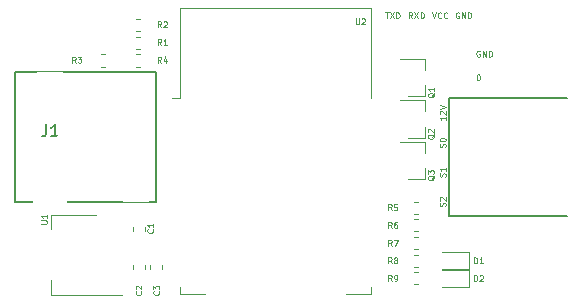
<source format=gbr>
G04 #@! TF.GenerationSoftware,KiCad,Pcbnew,5.0.1*
G04 #@! TF.CreationDate,2019-01-30T16:31:46+01:00*
G04 #@! TF.ProjectId,esp8266_rgb_strip_controller,657370383236365F736578795F737472,rev?*
G04 #@! TF.SameCoordinates,Original*
G04 #@! TF.FileFunction,Legend,Top*
G04 #@! TF.FilePolarity,Positive*
%FSLAX46Y46*%
G04 Gerber Fmt 4.6, Leading zero omitted, Abs format (unit mm)*
G04 Created by KiCad (PCBNEW 5.0.1) date Wed 30 Jan 2019 04:31:46 PM CET*
%MOMM*%
%LPD*%
G01*
G04 APERTURE LIST*
%ADD10C,0.125000*%
%ADD11C,0.120000*%
%ADD12C,0.150000*%
%ADD13R,2.602000X1.102000*%
%ADD14R,1.102000X1.902000*%
%ADD15O,3.102000X1.602000*%
%ADD16C,3.102000*%
%ADD17R,1.002000X0.902000*%
%ADD18C,0.100000*%
%ADD19C,0.977000*%
%ADD20R,2.102000X3.902000*%
%ADD21R,2.102000X1.602000*%
%ADD22O,1.602000X1.602000*%
%ADD23C,2.802000*%
%ADD24R,10.102000X2.102000*%
G04 APERTURE END LIST*
D10*
X131452380Y-75880952D02*
X131476190Y-75809523D01*
X131476190Y-75690476D01*
X131452380Y-75642857D01*
X131428571Y-75619047D01*
X131380952Y-75595238D01*
X131333333Y-75595238D01*
X131285714Y-75619047D01*
X131261904Y-75642857D01*
X131238095Y-75690476D01*
X131214285Y-75785714D01*
X131190476Y-75833333D01*
X131166666Y-75857142D01*
X131119047Y-75880952D01*
X131071428Y-75880952D01*
X131023809Y-75857142D01*
X131000000Y-75833333D01*
X130976190Y-75785714D01*
X130976190Y-75666666D01*
X131000000Y-75595238D01*
X131023809Y-75404761D02*
X131000000Y-75380952D01*
X130976190Y-75333333D01*
X130976190Y-75214285D01*
X131000000Y-75166666D01*
X131023809Y-75142857D01*
X131071428Y-75119047D01*
X131119047Y-75119047D01*
X131190476Y-75142857D01*
X131476190Y-75428571D01*
X131476190Y-75119047D01*
X131452380Y-73380952D02*
X131476190Y-73309523D01*
X131476190Y-73190476D01*
X131452380Y-73142857D01*
X131428571Y-73119047D01*
X131380952Y-73095238D01*
X131333333Y-73095238D01*
X131285714Y-73119047D01*
X131261904Y-73142857D01*
X131238095Y-73190476D01*
X131214285Y-73285714D01*
X131190476Y-73333333D01*
X131166666Y-73357142D01*
X131119047Y-73380952D01*
X131071428Y-73380952D01*
X131023809Y-73357142D01*
X131000000Y-73333333D01*
X130976190Y-73285714D01*
X130976190Y-73166666D01*
X131000000Y-73095238D01*
X131476190Y-72619047D02*
X131476190Y-72904761D01*
X131476190Y-72761904D02*
X130976190Y-72761904D01*
X131047619Y-72809523D01*
X131095238Y-72857142D01*
X131119047Y-72904761D01*
X131452380Y-70880952D02*
X131476190Y-70809523D01*
X131476190Y-70690476D01*
X131452380Y-70642857D01*
X131428571Y-70619047D01*
X131380952Y-70595238D01*
X131333333Y-70595238D01*
X131285714Y-70619047D01*
X131261904Y-70642857D01*
X131238095Y-70690476D01*
X131214285Y-70785714D01*
X131190476Y-70833333D01*
X131166666Y-70857142D01*
X131119047Y-70880952D01*
X131071428Y-70880952D01*
X131023809Y-70857142D01*
X131000000Y-70833333D01*
X130976190Y-70785714D01*
X130976190Y-70666666D01*
X131000000Y-70595238D01*
X130976190Y-70285714D02*
X130976190Y-70238095D01*
X131000000Y-70190476D01*
X131023809Y-70166666D01*
X131071428Y-70142857D01*
X131166666Y-70119047D01*
X131285714Y-70119047D01*
X131380952Y-70142857D01*
X131428571Y-70166666D01*
X131452380Y-70190476D01*
X131476190Y-70238095D01*
X131476190Y-70285714D01*
X131452380Y-70333333D01*
X131428571Y-70357142D01*
X131380952Y-70380952D01*
X131285714Y-70404761D01*
X131166666Y-70404761D01*
X131071428Y-70380952D01*
X131023809Y-70357142D01*
X131000000Y-70333333D01*
X130976190Y-70285714D01*
X131476190Y-68309523D02*
X131476190Y-68595238D01*
X131476190Y-68452380D02*
X130976190Y-68452380D01*
X131047619Y-68500000D01*
X131095238Y-68547619D01*
X131119047Y-68595238D01*
X131023809Y-68119047D02*
X131000000Y-68095238D01*
X130976190Y-68047619D01*
X130976190Y-67928571D01*
X131000000Y-67880952D01*
X131023809Y-67857142D01*
X131071428Y-67833333D01*
X131119047Y-67833333D01*
X131190476Y-67857142D01*
X131476190Y-68142857D01*
X131476190Y-67833333D01*
X130976190Y-67690476D02*
X131476190Y-67523809D01*
X130976190Y-67357142D01*
X134369047Y-62750000D02*
X134321428Y-62726190D01*
X134250000Y-62726190D01*
X134178571Y-62750000D01*
X134130952Y-62797619D01*
X134107142Y-62845238D01*
X134083333Y-62940476D01*
X134083333Y-63011904D01*
X134107142Y-63107142D01*
X134130952Y-63154761D01*
X134178571Y-63202380D01*
X134250000Y-63226190D01*
X134297619Y-63226190D01*
X134369047Y-63202380D01*
X134392857Y-63178571D01*
X134392857Y-63011904D01*
X134297619Y-63011904D01*
X134607142Y-63226190D02*
X134607142Y-62726190D01*
X134892857Y-63226190D01*
X134892857Y-62726190D01*
X135130952Y-63226190D02*
X135130952Y-62726190D01*
X135250000Y-62726190D01*
X135321428Y-62750000D01*
X135369047Y-62797619D01*
X135392857Y-62845238D01*
X135416666Y-62940476D01*
X135416666Y-63011904D01*
X135392857Y-63107142D01*
X135369047Y-63154761D01*
X135321428Y-63202380D01*
X135250000Y-63226190D01*
X135130952Y-63226190D01*
X134226190Y-64726190D02*
X134273809Y-64726190D01*
X134321428Y-64750000D01*
X134345238Y-64773809D01*
X134369047Y-64821428D01*
X134392857Y-64916666D01*
X134392857Y-65035714D01*
X134369047Y-65130952D01*
X134345238Y-65178571D01*
X134321428Y-65202380D01*
X134273809Y-65226190D01*
X134226190Y-65226190D01*
X134178571Y-65202380D01*
X134154761Y-65178571D01*
X134130952Y-65130952D01*
X134107142Y-65035714D01*
X134107142Y-64916666D01*
X134130952Y-64821428D01*
X134154761Y-64773809D01*
X134178571Y-64750000D01*
X134226190Y-64726190D01*
X132619047Y-59500000D02*
X132571428Y-59476190D01*
X132500000Y-59476190D01*
X132428571Y-59500000D01*
X132380952Y-59547619D01*
X132357142Y-59595238D01*
X132333333Y-59690476D01*
X132333333Y-59761904D01*
X132357142Y-59857142D01*
X132380952Y-59904761D01*
X132428571Y-59952380D01*
X132500000Y-59976190D01*
X132547619Y-59976190D01*
X132619047Y-59952380D01*
X132642857Y-59928571D01*
X132642857Y-59761904D01*
X132547619Y-59761904D01*
X132857142Y-59976190D02*
X132857142Y-59476190D01*
X133142857Y-59976190D01*
X133142857Y-59476190D01*
X133380952Y-59976190D02*
X133380952Y-59476190D01*
X133500000Y-59476190D01*
X133571428Y-59500000D01*
X133619047Y-59547619D01*
X133642857Y-59595238D01*
X133666666Y-59690476D01*
X133666666Y-59761904D01*
X133642857Y-59857142D01*
X133619047Y-59904761D01*
X133571428Y-59952380D01*
X133500000Y-59976190D01*
X133380952Y-59976190D01*
X130333333Y-59476190D02*
X130500000Y-59976190D01*
X130666666Y-59476190D01*
X131119047Y-59928571D02*
X131095238Y-59952380D01*
X131023809Y-59976190D01*
X130976190Y-59976190D01*
X130904761Y-59952380D01*
X130857142Y-59904761D01*
X130833333Y-59857142D01*
X130809523Y-59761904D01*
X130809523Y-59690476D01*
X130833333Y-59595238D01*
X130857142Y-59547619D01*
X130904761Y-59500000D01*
X130976190Y-59476190D01*
X131023809Y-59476190D01*
X131095238Y-59500000D01*
X131119047Y-59523809D01*
X131619047Y-59928571D02*
X131595238Y-59952380D01*
X131523809Y-59976190D01*
X131476190Y-59976190D01*
X131404761Y-59952380D01*
X131357142Y-59904761D01*
X131333333Y-59857142D01*
X131309523Y-59761904D01*
X131309523Y-59690476D01*
X131333333Y-59595238D01*
X131357142Y-59547619D01*
X131404761Y-59500000D01*
X131476190Y-59476190D01*
X131523809Y-59476190D01*
X131595238Y-59500000D01*
X131619047Y-59523809D01*
X128666666Y-59976190D02*
X128500000Y-59738095D01*
X128380952Y-59976190D02*
X128380952Y-59476190D01*
X128571428Y-59476190D01*
X128619047Y-59500000D01*
X128642857Y-59523809D01*
X128666666Y-59571428D01*
X128666666Y-59642857D01*
X128642857Y-59690476D01*
X128619047Y-59714285D01*
X128571428Y-59738095D01*
X128380952Y-59738095D01*
X128833333Y-59476190D02*
X129166666Y-59976190D01*
X129166666Y-59476190D02*
X128833333Y-59976190D01*
X129357142Y-59976190D02*
X129357142Y-59476190D01*
X129476190Y-59476190D01*
X129547619Y-59500000D01*
X129595238Y-59547619D01*
X129619047Y-59595238D01*
X129642857Y-59690476D01*
X129642857Y-59761904D01*
X129619047Y-59857142D01*
X129595238Y-59904761D01*
X129547619Y-59952380D01*
X129476190Y-59976190D01*
X129357142Y-59976190D01*
X126369047Y-59476190D02*
X126654761Y-59476190D01*
X126511904Y-59976190D02*
X126511904Y-59476190D01*
X126773809Y-59476190D02*
X127107142Y-59976190D01*
X127107142Y-59476190D02*
X126773809Y-59976190D01*
X127297619Y-59976190D02*
X127297619Y-59476190D01*
X127416666Y-59476190D01*
X127488095Y-59500000D01*
X127535714Y-59547619D01*
X127559523Y-59595238D01*
X127583333Y-59690476D01*
X127583333Y-59761904D01*
X127559523Y-59857142D01*
X127535714Y-59904761D01*
X127488095Y-59952380D01*
X127416666Y-59976190D01*
X127297619Y-59976190D01*
D11*
G04 #@! TO.C,U2*
X108955001Y-59105001D02*
X125195001Y-59105001D01*
X125195001Y-59105001D02*
X125195001Y-66725001D01*
X125195001Y-82725001D02*
X125195001Y-83345001D01*
X125195001Y-83345001D02*
X123075001Y-83345001D01*
X111075001Y-83345001D02*
X108955001Y-83345001D01*
X108955001Y-83345001D02*
X108955001Y-82725001D01*
X108955001Y-66725001D02*
X108955001Y-59105001D01*
X108955001Y-66725001D02*
X108345001Y-66725001D01*
D12*
G04 #@! TO.C,J1*
X95000000Y-67500000D02*
X95000000Y-65500000D01*
X95000000Y-64500000D02*
X95000000Y-65500000D01*
X107000000Y-64500000D02*
X95000000Y-64500000D01*
X107000000Y-75500000D02*
X107000000Y-64500000D01*
X95000000Y-75500000D02*
X107000000Y-75500000D01*
X95000000Y-65500000D02*
X95000000Y-75500000D01*
D11*
G04 #@! TO.C,Q1*
X129760000Y-66580000D02*
X129760000Y-65650000D01*
X129760000Y-63420000D02*
X129760000Y-64350000D01*
X129760000Y-63420000D02*
X127600000Y-63420000D01*
X129760000Y-66580000D02*
X128300000Y-66580000D01*
G04 #@! TO.C,Q2*
X129760000Y-70080000D02*
X128300000Y-70080000D01*
X129760000Y-66920000D02*
X127600000Y-66920000D01*
X129760000Y-66920000D02*
X129760000Y-67850000D01*
X129760000Y-70080000D02*
X129760000Y-69150000D01*
G04 #@! TO.C,Q3*
X129760000Y-73580000D02*
X129760000Y-72650000D01*
X129760000Y-70420000D02*
X129760000Y-71350000D01*
X129760000Y-70420000D02*
X127600000Y-70420000D01*
X129760000Y-73580000D02*
X128300000Y-73580000D01*
G04 #@! TO.C,R1*
X105299721Y-62560000D02*
X105625279Y-62560000D01*
X105299721Y-61540000D02*
X105625279Y-61540000D01*
G04 #@! TO.C,R2*
X105299721Y-60040000D02*
X105625279Y-60040000D01*
X105299721Y-61060000D02*
X105625279Y-61060000D01*
G04 #@! TO.C,R3*
X102299721Y-63040000D02*
X102625279Y-63040000D01*
X102299721Y-64060000D02*
X102625279Y-64060000D01*
G04 #@! TO.C,R4*
X105299721Y-64060000D02*
X105625279Y-64060000D01*
X105299721Y-63040000D02*
X105625279Y-63040000D01*
G04 #@! TO.C,R5*
X128837221Y-75490000D02*
X129162779Y-75490000D01*
X128837221Y-76510000D02*
X129162779Y-76510000D01*
G04 #@! TO.C,R6*
X129162779Y-76990000D02*
X128837221Y-76990000D01*
X129162779Y-78010000D02*
X128837221Y-78010000D01*
G04 #@! TO.C,R7*
X129162779Y-79510000D02*
X128837221Y-79510000D01*
X129162779Y-78490000D02*
X128837221Y-78490000D01*
G04 #@! TO.C,U1*
X98090000Y-76590000D02*
X98090000Y-77850000D01*
X98090000Y-83410000D02*
X98090000Y-82150000D01*
X101850000Y-76590000D02*
X98090000Y-76590000D01*
X104100000Y-83410000D02*
X98090000Y-83410000D01*
G04 #@! TO.C,C1*
X106010000Y-77950279D02*
X106010000Y-77624721D01*
X104990000Y-77950279D02*
X104990000Y-77624721D01*
G04 #@! TO.C,C2*
X106010000Y-80837221D02*
X106010000Y-81162779D01*
X104990000Y-80837221D02*
X104990000Y-81162779D01*
G04 #@! TO.C,C3*
X106490000Y-80837221D02*
X106490000Y-81162779D01*
X107510000Y-80837221D02*
X107510000Y-81162779D01*
G04 #@! TO.C,D1*
X131200000Y-81235000D02*
X133485000Y-81235000D01*
X133485000Y-81235000D02*
X133485000Y-79765000D01*
X133485000Y-79765000D02*
X131200000Y-79765000D01*
G04 #@! TO.C,D2*
X133485000Y-81265000D02*
X131200000Y-81265000D01*
X133485000Y-82735000D02*
X133485000Y-81265000D01*
X131200000Y-82735000D02*
X133485000Y-82735000D01*
G04 #@! TO.C,R8*
X129162779Y-81010000D02*
X128837221Y-81010000D01*
X129162779Y-79990000D02*
X128837221Y-79990000D01*
G04 #@! TO.C,R9*
X129162779Y-81490000D02*
X128837221Y-81490000D01*
X129162779Y-82510000D02*
X128837221Y-82510000D01*
D12*
G04 #@! TO.C,J3*
X131750000Y-76750000D02*
X141750000Y-76750000D01*
X131750000Y-66750000D02*
X131750000Y-76750000D01*
X136750000Y-66750000D02*
X131750000Y-66750000D01*
X141750000Y-66750000D02*
X136750000Y-66750000D01*
G04 #@! TO.C,U2*
D10*
X123869047Y-59976190D02*
X123869047Y-60380952D01*
X123892857Y-60428571D01*
X123916666Y-60452380D01*
X123964285Y-60476190D01*
X124059523Y-60476190D01*
X124107142Y-60452380D01*
X124130952Y-60428571D01*
X124154761Y-60380952D01*
X124154761Y-59976190D01*
X124369047Y-60023809D02*
X124392857Y-60000000D01*
X124440476Y-59976190D01*
X124559523Y-59976190D01*
X124607142Y-60000000D01*
X124630952Y-60023809D01*
X124654761Y-60071428D01*
X124654761Y-60119047D01*
X124630952Y-60190476D01*
X124345238Y-60476190D01*
X124654761Y-60476190D01*
G04 #@! TO.C,J1*
D12*
X97666666Y-68952380D02*
X97666666Y-69666666D01*
X97619047Y-69809523D01*
X97523809Y-69904761D01*
X97380952Y-69952380D01*
X97285714Y-69952380D01*
X98666666Y-69952380D02*
X98095238Y-69952380D01*
X98380952Y-69952380D02*
X98380952Y-68952380D01*
X98285714Y-69095238D01*
X98190476Y-69190476D01*
X98095238Y-69238095D01*
G04 #@! TO.C,Q1*
D10*
X130523809Y-66297619D02*
X130500000Y-66345238D01*
X130452380Y-66392857D01*
X130380952Y-66464285D01*
X130357142Y-66511904D01*
X130357142Y-66559523D01*
X130476190Y-66535714D02*
X130452380Y-66583333D01*
X130404761Y-66630952D01*
X130309523Y-66654761D01*
X130142857Y-66654761D01*
X130047619Y-66630952D01*
X130000000Y-66583333D01*
X129976190Y-66535714D01*
X129976190Y-66440476D01*
X130000000Y-66392857D01*
X130047619Y-66345238D01*
X130142857Y-66321428D01*
X130309523Y-66321428D01*
X130404761Y-66345238D01*
X130452380Y-66392857D01*
X130476190Y-66440476D01*
X130476190Y-66535714D01*
X130476190Y-65845238D02*
X130476190Y-66130952D01*
X130476190Y-65988095D02*
X129976190Y-65988095D01*
X130047619Y-66035714D01*
X130095238Y-66083333D01*
X130119047Y-66130952D01*
G04 #@! TO.C,Q2*
X130523809Y-69797619D02*
X130500000Y-69845238D01*
X130452380Y-69892857D01*
X130380952Y-69964285D01*
X130357142Y-70011904D01*
X130357142Y-70059523D01*
X130476190Y-70035714D02*
X130452380Y-70083333D01*
X130404761Y-70130952D01*
X130309523Y-70154761D01*
X130142857Y-70154761D01*
X130047619Y-70130952D01*
X130000000Y-70083333D01*
X129976190Y-70035714D01*
X129976190Y-69940476D01*
X130000000Y-69892857D01*
X130047619Y-69845238D01*
X130142857Y-69821428D01*
X130309523Y-69821428D01*
X130404761Y-69845238D01*
X130452380Y-69892857D01*
X130476190Y-69940476D01*
X130476190Y-70035714D01*
X130023809Y-69630952D02*
X130000000Y-69607142D01*
X129976190Y-69559523D01*
X129976190Y-69440476D01*
X130000000Y-69392857D01*
X130023809Y-69369047D01*
X130071428Y-69345238D01*
X130119047Y-69345238D01*
X130190476Y-69369047D01*
X130476190Y-69654761D01*
X130476190Y-69345238D01*
G04 #@! TO.C,Q3*
X130523809Y-73297619D02*
X130500000Y-73345238D01*
X130452380Y-73392857D01*
X130380952Y-73464285D01*
X130357142Y-73511904D01*
X130357142Y-73559523D01*
X130476190Y-73535714D02*
X130452380Y-73583333D01*
X130404761Y-73630952D01*
X130309523Y-73654761D01*
X130142857Y-73654761D01*
X130047619Y-73630952D01*
X130000000Y-73583333D01*
X129976190Y-73535714D01*
X129976190Y-73440476D01*
X130000000Y-73392857D01*
X130047619Y-73345238D01*
X130142857Y-73321428D01*
X130309523Y-73321428D01*
X130404761Y-73345238D01*
X130452380Y-73392857D01*
X130476190Y-73440476D01*
X130476190Y-73535714D01*
X129976190Y-73154761D02*
X129976190Y-72845238D01*
X130166666Y-73011904D01*
X130166666Y-72940476D01*
X130190476Y-72892857D01*
X130214285Y-72869047D01*
X130261904Y-72845238D01*
X130380952Y-72845238D01*
X130428571Y-72869047D01*
X130452380Y-72892857D01*
X130476190Y-72940476D01*
X130476190Y-73083333D01*
X130452380Y-73130952D01*
X130428571Y-73154761D01*
G04 #@! TO.C,R1*
X107416666Y-62226190D02*
X107250000Y-61988095D01*
X107130952Y-62226190D02*
X107130952Y-61726190D01*
X107321428Y-61726190D01*
X107369047Y-61750000D01*
X107392857Y-61773809D01*
X107416666Y-61821428D01*
X107416666Y-61892857D01*
X107392857Y-61940476D01*
X107369047Y-61964285D01*
X107321428Y-61988095D01*
X107130952Y-61988095D01*
X107892857Y-62226190D02*
X107607142Y-62226190D01*
X107750000Y-62226190D02*
X107750000Y-61726190D01*
X107702380Y-61797619D01*
X107654761Y-61845238D01*
X107607142Y-61869047D01*
G04 #@! TO.C,R2*
X107416666Y-60726190D02*
X107250000Y-60488095D01*
X107130952Y-60726190D02*
X107130952Y-60226190D01*
X107321428Y-60226190D01*
X107369047Y-60250000D01*
X107392857Y-60273809D01*
X107416666Y-60321428D01*
X107416666Y-60392857D01*
X107392857Y-60440476D01*
X107369047Y-60464285D01*
X107321428Y-60488095D01*
X107130952Y-60488095D01*
X107607142Y-60273809D02*
X107630952Y-60250000D01*
X107678571Y-60226190D01*
X107797619Y-60226190D01*
X107845238Y-60250000D01*
X107869047Y-60273809D01*
X107892857Y-60321428D01*
X107892857Y-60369047D01*
X107869047Y-60440476D01*
X107583333Y-60726190D01*
X107892857Y-60726190D01*
G04 #@! TO.C,R3*
X100166666Y-63726190D02*
X100000000Y-63488095D01*
X99880952Y-63726190D02*
X99880952Y-63226190D01*
X100071428Y-63226190D01*
X100119047Y-63250000D01*
X100142857Y-63273809D01*
X100166666Y-63321428D01*
X100166666Y-63392857D01*
X100142857Y-63440476D01*
X100119047Y-63464285D01*
X100071428Y-63488095D01*
X99880952Y-63488095D01*
X100333333Y-63226190D02*
X100642857Y-63226190D01*
X100476190Y-63416666D01*
X100547619Y-63416666D01*
X100595238Y-63440476D01*
X100619047Y-63464285D01*
X100642857Y-63511904D01*
X100642857Y-63630952D01*
X100619047Y-63678571D01*
X100595238Y-63702380D01*
X100547619Y-63726190D01*
X100404761Y-63726190D01*
X100357142Y-63702380D01*
X100333333Y-63678571D01*
G04 #@! TO.C,R4*
X107416666Y-63726190D02*
X107250000Y-63488095D01*
X107130952Y-63726190D02*
X107130952Y-63226190D01*
X107321428Y-63226190D01*
X107369047Y-63250000D01*
X107392857Y-63273809D01*
X107416666Y-63321428D01*
X107416666Y-63392857D01*
X107392857Y-63440476D01*
X107369047Y-63464285D01*
X107321428Y-63488095D01*
X107130952Y-63488095D01*
X107845238Y-63392857D02*
X107845238Y-63726190D01*
X107726190Y-63202380D02*
X107607142Y-63559523D01*
X107916666Y-63559523D01*
G04 #@! TO.C,R5*
X126916666Y-76226190D02*
X126750000Y-75988095D01*
X126630952Y-76226190D02*
X126630952Y-75726190D01*
X126821428Y-75726190D01*
X126869047Y-75750000D01*
X126892857Y-75773809D01*
X126916666Y-75821428D01*
X126916666Y-75892857D01*
X126892857Y-75940476D01*
X126869047Y-75964285D01*
X126821428Y-75988095D01*
X126630952Y-75988095D01*
X127369047Y-75726190D02*
X127130952Y-75726190D01*
X127107142Y-75964285D01*
X127130952Y-75940476D01*
X127178571Y-75916666D01*
X127297619Y-75916666D01*
X127345238Y-75940476D01*
X127369047Y-75964285D01*
X127392857Y-76011904D01*
X127392857Y-76130952D01*
X127369047Y-76178571D01*
X127345238Y-76202380D01*
X127297619Y-76226190D01*
X127178571Y-76226190D01*
X127130952Y-76202380D01*
X127107142Y-76178571D01*
G04 #@! TO.C,R6*
X126916666Y-77726190D02*
X126750000Y-77488095D01*
X126630952Y-77726190D02*
X126630952Y-77226190D01*
X126821428Y-77226190D01*
X126869047Y-77250000D01*
X126892857Y-77273809D01*
X126916666Y-77321428D01*
X126916666Y-77392857D01*
X126892857Y-77440476D01*
X126869047Y-77464285D01*
X126821428Y-77488095D01*
X126630952Y-77488095D01*
X127345238Y-77226190D02*
X127250000Y-77226190D01*
X127202380Y-77250000D01*
X127178571Y-77273809D01*
X127130952Y-77345238D01*
X127107142Y-77440476D01*
X127107142Y-77630952D01*
X127130952Y-77678571D01*
X127154761Y-77702380D01*
X127202380Y-77726190D01*
X127297619Y-77726190D01*
X127345238Y-77702380D01*
X127369047Y-77678571D01*
X127392857Y-77630952D01*
X127392857Y-77511904D01*
X127369047Y-77464285D01*
X127345238Y-77440476D01*
X127297619Y-77416666D01*
X127202380Y-77416666D01*
X127154761Y-77440476D01*
X127130952Y-77464285D01*
X127107142Y-77511904D01*
G04 #@! TO.C,R7*
X126916666Y-79226190D02*
X126750000Y-78988095D01*
X126630952Y-79226190D02*
X126630952Y-78726190D01*
X126821428Y-78726190D01*
X126869047Y-78750000D01*
X126892857Y-78773809D01*
X126916666Y-78821428D01*
X126916666Y-78892857D01*
X126892857Y-78940476D01*
X126869047Y-78964285D01*
X126821428Y-78988095D01*
X126630952Y-78988095D01*
X127083333Y-78726190D02*
X127416666Y-78726190D01*
X127202380Y-79226190D01*
G04 #@! TO.C,U1*
X97226190Y-77380952D02*
X97630952Y-77380952D01*
X97678571Y-77357142D01*
X97702380Y-77333333D01*
X97726190Y-77285714D01*
X97726190Y-77190476D01*
X97702380Y-77142857D01*
X97678571Y-77119047D01*
X97630952Y-77095238D01*
X97226190Y-77095238D01*
X97726190Y-76595238D02*
X97726190Y-76880952D01*
X97726190Y-76738095D02*
X97226190Y-76738095D01*
X97297619Y-76785714D01*
X97345238Y-76833333D01*
X97369047Y-76880952D01*
G04 #@! TO.C,C1*
X106678571Y-77833333D02*
X106702380Y-77857142D01*
X106726190Y-77928571D01*
X106726190Y-77976190D01*
X106702380Y-78047619D01*
X106654761Y-78095238D01*
X106607142Y-78119047D01*
X106511904Y-78142857D01*
X106440476Y-78142857D01*
X106345238Y-78119047D01*
X106297619Y-78095238D01*
X106250000Y-78047619D01*
X106226190Y-77976190D01*
X106226190Y-77928571D01*
X106250000Y-77857142D01*
X106273809Y-77833333D01*
X106726190Y-77357142D02*
X106726190Y-77642857D01*
X106726190Y-77500000D02*
X106226190Y-77500000D01*
X106297619Y-77547619D01*
X106345238Y-77595238D01*
X106369047Y-77642857D01*
G04 #@! TO.C,C2*
X105678571Y-83083333D02*
X105702380Y-83107142D01*
X105726190Y-83178571D01*
X105726190Y-83226190D01*
X105702380Y-83297619D01*
X105654761Y-83345238D01*
X105607142Y-83369047D01*
X105511904Y-83392857D01*
X105440476Y-83392857D01*
X105345238Y-83369047D01*
X105297619Y-83345238D01*
X105250000Y-83297619D01*
X105226190Y-83226190D01*
X105226190Y-83178571D01*
X105250000Y-83107142D01*
X105273809Y-83083333D01*
X105273809Y-82892857D02*
X105250000Y-82869047D01*
X105226190Y-82821428D01*
X105226190Y-82702380D01*
X105250000Y-82654761D01*
X105273809Y-82630952D01*
X105321428Y-82607142D01*
X105369047Y-82607142D01*
X105440476Y-82630952D01*
X105726190Y-82916666D01*
X105726190Y-82607142D01*
G04 #@! TO.C,C3*
X107178571Y-83083333D02*
X107202380Y-83107142D01*
X107226190Y-83178571D01*
X107226190Y-83226190D01*
X107202380Y-83297619D01*
X107154761Y-83345238D01*
X107107142Y-83369047D01*
X107011904Y-83392857D01*
X106940476Y-83392857D01*
X106845238Y-83369047D01*
X106797619Y-83345238D01*
X106750000Y-83297619D01*
X106726190Y-83226190D01*
X106726190Y-83178571D01*
X106750000Y-83107142D01*
X106773809Y-83083333D01*
X106726190Y-82916666D02*
X106726190Y-82607142D01*
X106916666Y-82773809D01*
X106916666Y-82702380D01*
X106940476Y-82654761D01*
X106964285Y-82630952D01*
X107011904Y-82607142D01*
X107130952Y-82607142D01*
X107178571Y-82630952D01*
X107202380Y-82654761D01*
X107226190Y-82702380D01*
X107226190Y-82845238D01*
X107202380Y-82892857D01*
X107178571Y-82916666D01*
G04 #@! TO.C,D1*
X133880952Y-80726190D02*
X133880952Y-80226190D01*
X134000000Y-80226190D01*
X134071428Y-80250000D01*
X134119047Y-80297619D01*
X134142857Y-80345238D01*
X134166666Y-80440476D01*
X134166666Y-80511904D01*
X134142857Y-80607142D01*
X134119047Y-80654761D01*
X134071428Y-80702380D01*
X134000000Y-80726190D01*
X133880952Y-80726190D01*
X134642857Y-80726190D02*
X134357142Y-80726190D01*
X134500000Y-80726190D02*
X134500000Y-80226190D01*
X134452380Y-80297619D01*
X134404761Y-80345238D01*
X134357142Y-80369047D01*
G04 #@! TO.C,D2*
X133880952Y-82226190D02*
X133880952Y-81726190D01*
X134000000Y-81726190D01*
X134071428Y-81750000D01*
X134119047Y-81797619D01*
X134142857Y-81845238D01*
X134166666Y-81940476D01*
X134166666Y-82011904D01*
X134142857Y-82107142D01*
X134119047Y-82154761D01*
X134071428Y-82202380D01*
X134000000Y-82226190D01*
X133880952Y-82226190D01*
X134357142Y-81773809D02*
X134380952Y-81750000D01*
X134428571Y-81726190D01*
X134547619Y-81726190D01*
X134595238Y-81750000D01*
X134619047Y-81773809D01*
X134642857Y-81821428D01*
X134642857Y-81869047D01*
X134619047Y-81940476D01*
X134333333Y-82226190D01*
X134642857Y-82226190D01*
G04 #@! TO.C,R8*
X126916666Y-80726190D02*
X126750000Y-80488095D01*
X126630952Y-80726190D02*
X126630952Y-80226190D01*
X126821428Y-80226190D01*
X126869047Y-80250000D01*
X126892857Y-80273809D01*
X126916666Y-80321428D01*
X126916666Y-80392857D01*
X126892857Y-80440476D01*
X126869047Y-80464285D01*
X126821428Y-80488095D01*
X126630952Y-80488095D01*
X127202380Y-80440476D02*
X127154761Y-80416666D01*
X127130952Y-80392857D01*
X127107142Y-80345238D01*
X127107142Y-80321428D01*
X127130952Y-80273809D01*
X127154761Y-80250000D01*
X127202380Y-80226190D01*
X127297619Y-80226190D01*
X127345238Y-80250000D01*
X127369047Y-80273809D01*
X127392857Y-80321428D01*
X127392857Y-80345238D01*
X127369047Y-80392857D01*
X127345238Y-80416666D01*
X127297619Y-80440476D01*
X127202380Y-80440476D01*
X127154761Y-80464285D01*
X127130952Y-80488095D01*
X127107142Y-80535714D01*
X127107142Y-80630952D01*
X127130952Y-80678571D01*
X127154761Y-80702380D01*
X127202380Y-80726190D01*
X127297619Y-80726190D01*
X127345238Y-80702380D01*
X127369047Y-80678571D01*
X127392857Y-80630952D01*
X127392857Y-80535714D01*
X127369047Y-80488095D01*
X127345238Y-80464285D01*
X127297619Y-80440476D01*
G04 #@! TO.C,R9*
X126916666Y-82226190D02*
X126750000Y-81988095D01*
X126630952Y-82226190D02*
X126630952Y-81726190D01*
X126821428Y-81726190D01*
X126869047Y-81750000D01*
X126892857Y-81773809D01*
X126916666Y-81821428D01*
X126916666Y-81892857D01*
X126892857Y-81940476D01*
X126869047Y-81964285D01*
X126821428Y-81988095D01*
X126630952Y-81988095D01*
X127154761Y-82226190D02*
X127250000Y-82226190D01*
X127297619Y-82202380D01*
X127321428Y-82178571D01*
X127369047Y-82107142D01*
X127392857Y-82011904D01*
X127392857Y-81821428D01*
X127369047Y-81773809D01*
X127345238Y-81750000D01*
X127297619Y-81726190D01*
X127202380Y-81726190D01*
X127154761Y-81750000D01*
X127130952Y-81773809D01*
X127107142Y-81821428D01*
X127107142Y-81940476D01*
X127130952Y-81988095D01*
X127154761Y-82011904D01*
X127202380Y-82035714D01*
X127297619Y-82035714D01*
X127345238Y-82011904D01*
X127369047Y-81988095D01*
X127392857Y-81940476D01*
G04 #@! TD*
%LPC*%
D13*
G04 #@! TO.C,U2*
X109475001Y-67725001D03*
X109475001Y-69725001D03*
X109475001Y-71725001D03*
X109475001Y-73725001D03*
X109475001Y-75725001D03*
X109475001Y-77725001D03*
X109475001Y-79725001D03*
X109475001Y-81725001D03*
D14*
X112075001Y-83225001D03*
X114075001Y-83225001D03*
X116075001Y-83225001D03*
X118075001Y-83225001D03*
X120075001Y-83225001D03*
X122075001Y-83225001D03*
D13*
X124675001Y-81725001D03*
X124675001Y-79725001D03*
X124675001Y-77725001D03*
X124675001Y-75725001D03*
X124675001Y-73725001D03*
X124675001Y-71725001D03*
X124675001Y-69725001D03*
X124675001Y-67725001D03*
G04 #@! TD*
D15*
G04 #@! TO.C,J1*
X105300000Y-74800000D03*
X105300000Y-66200000D03*
X105300000Y-71400000D03*
X98000000Y-65300000D03*
X98000000Y-75200000D03*
D16*
X99000000Y-71500000D03*
G04 #@! TD*
D17*
G04 #@! TO.C,Q1*
X128000000Y-64050000D03*
X128000000Y-65950000D03*
X130000000Y-65000000D03*
G04 #@! TD*
G04 #@! TO.C,Q2*
X130000000Y-68500000D03*
X128000000Y-69450000D03*
X128000000Y-67550000D03*
G04 #@! TD*
G04 #@! TO.C,Q3*
X128000000Y-71050000D03*
X128000000Y-72950000D03*
X130000000Y-72000000D03*
G04 #@! TD*
D18*
G04 #@! TO.C,R1*
G36*
X106518191Y-61525176D02*
X106541901Y-61528693D01*
X106565152Y-61534517D01*
X106587720Y-61542592D01*
X106609389Y-61552841D01*
X106629948Y-61565164D01*
X106649201Y-61579442D01*
X106666961Y-61595539D01*
X106683058Y-61613299D01*
X106697336Y-61632552D01*
X106709659Y-61653111D01*
X106719908Y-61674780D01*
X106727983Y-61697348D01*
X106733807Y-61720599D01*
X106737324Y-61744309D01*
X106738500Y-61768250D01*
X106738500Y-62331750D01*
X106737324Y-62355691D01*
X106733807Y-62379401D01*
X106727983Y-62402652D01*
X106719908Y-62425220D01*
X106709659Y-62446889D01*
X106697336Y-62467448D01*
X106683058Y-62486701D01*
X106666961Y-62504461D01*
X106649201Y-62520558D01*
X106629948Y-62534836D01*
X106609389Y-62547159D01*
X106587720Y-62557408D01*
X106565152Y-62565483D01*
X106541901Y-62571307D01*
X106518191Y-62574824D01*
X106494250Y-62576000D01*
X106005750Y-62576000D01*
X105981809Y-62574824D01*
X105958099Y-62571307D01*
X105934848Y-62565483D01*
X105912280Y-62557408D01*
X105890611Y-62547159D01*
X105870052Y-62534836D01*
X105850799Y-62520558D01*
X105833039Y-62504461D01*
X105816942Y-62486701D01*
X105802664Y-62467448D01*
X105790341Y-62446889D01*
X105780092Y-62425220D01*
X105772017Y-62402652D01*
X105766193Y-62379401D01*
X105762676Y-62355691D01*
X105761500Y-62331750D01*
X105761500Y-61768250D01*
X105762676Y-61744309D01*
X105766193Y-61720599D01*
X105772017Y-61697348D01*
X105780092Y-61674780D01*
X105790341Y-61653111D01*
X105802664Y-61632552D01*
X105816942Y-61613299D01*
X105833039Y-61595539D01*
X105850799Y-61579442D01*
X105870052Y-61565164D01*
X105890611Y-61552841D01*
X105912280Y-61542592D01*
X105934848Y-61534517D01*
X105958099Y-61528693D01*
X105981809Y-61525176D01*
X106005750Y-61524000D01*
X106494250Y-61524000D01*
X106518191Y-61525176D01*
X106518191Y-61525176D01*
G37*
D19*
X106250000Y-62050000D03*
D18*
G36*
X104943191Y-61525176D02*
X104966901Y-61528693D01*
X104990152Y-61534517D01*
X105012720Y-61542592D01*
X105034389Y-61552841D01*
X105054948Y-61565164D01*
X105074201Y-61579442D01*
X105091961Y-61595539D01*
X105108058Y-61613299D01*
X105122336Y-61632552D01*
X105134659Y-61653111D01*
X105144908Y-61674780D01*
X105152983Y-61697348D01*
X105158807Y-61720599D01*
X105162324Y-61744309D01*
X105163500Y-61768250D01*
X105163500Y-62331750D01*
X105162324Y-62355691D01*
X105158807Y-62379401D01*
X105152983Y-62402652D01*
X105144908Y-62425220D01*
X105134659Y-62446889D01*
X105122336Y-62467448D01*
X105108058Y-62486701D01*
X105091961Y-62504461D01*
X105074201Y-62520558D01*
X105054948Y-62534836D01*
X105034389Y-62547159D01*
X105012720Y-62557408D01*
X104990152Y-62565483D01*
X104966901Y-62571307D01*
X104943191Y-62574824D01*
X104919250Y-62576000D01*
X104430750Y-62576000D01*
X104406809Y-62574824D01*
X104383099Y-62571307D01*
X104359848Y-62565483D01*
X104337280Y-62557408D01*
X104315611Y-62547159D01*
X104295052Y-62534836D01*
X104275799Y-62520558D01*
X104258039Y-62504461D01*
X104241942Y-62486701D01*
X104227664Y-62467448D01*
X104215341Y-62446889D01*
X104205092Y-62425220D01*
X104197017Y-62402652D01*
X104191193Y-62379401D01*
X104187676Y-62355691D01*
X104186500Y-62331750D01*
X104186500Y-61768250D01*
X104187676Y-61744309D01*
X104191193Y-61720599D01*
X104197017Y-61697348D01*
X104205092Y-61674780D01*
X104215341Y-61653111D01*
X104227664Y-61632552D01*
X104241942Y-61613299D01*
X104258039Y-61595539D01*
X104275799Y-61579442D01*
X104295052Y-61565164D01*
X104315611Y-61552841D01*
X104337280Y-61542592D01*
X104359848Y-61534517D01*
X104383099Y-61528693D01*
X104406809Y-61525176D01*
X104430750Y-61524000D01*
X104919250Y-61524000D01*
X104943191Y-61525176D01*
X104943191Y-61525176D01*
G37*
D19*
X104675000Y-62050000D03*
G04 #@! TD*
D18*
G04 #@! TO.C,R2*
G36*
X104943191Y-60025176D02*
X104966901Y-60028693D01*
X104990152Y-60034517D01*
X105012720Y-60042592D01*
X105034389Y-60052841D01*
X105054948Y-60065164D01*
X105074201Y-60079442D01*
X105091961Y-60095539D01*
X105108058Y-60113299D01*
X105122336Y-60132552D01*
X105134659Y-60153111D01*
X105144908Y-60174780D01*
X105152983Y-60197348D01*
X105158807Y-60220599D01*
X105162324Y-60244309D01*
X105163500Y-60268250D01*
X105163500Y-60831750D01*
X105162324Y-60855691D01*
X105158807Y-60879401D01*
X105152983Y-60902652D01*
X105144908Y-60925220D01*
X105134659Y-60946889D01*
X105122336Y-60967448D01*
X105108058Y-60986701D01*
X105091961Y-61004461D01*
X105074201Y-61020558D01*
X105054948Y-61034836D01*
X105034389Y-61047159D01*
X105012720Y-61057408D01*
X104990152Y-61065483D01*
X104966901Y-61071307D01*
X104943191Y-61074824D01*
X104919250Y-61076000D01*
X104430750Y-61076000D01*
X104406809Y-61074824D01*
X104383099Y-61071307D01*
X104359848Y-61065483D01*
X104337280Y-61057408D01*
X104315611Y-61047159D01*
X104295052Y-61034836D01*
X104275799Y-61020558D01*
X104258039Y-61004461D01*
X104241942Y-60986701D01*
X104227664Y-60967448D01*
X104215341Y-60946889D01*
X104205092Y-60925220D01*
X104197017Y-60902652D01*
X104191193Y-60879401D01*
X104187676Y-60855691D01*
X104186500Y-60831750D01*
X104186500Y-60268250D01*
X104187676Y-60244309D01*
X104191193Y-60220599D01*
X104197017Y-60197348D01*
X104205092Y-60174780D01*
X104215341Y-60153111D01*
X104227664Y-60132552D01*
X104241942Y-60113299D01*
X104258039Y-60095539D01*
X104275799Y-60079442D01*
X104295052Y-60065164D01*
X104315611Y-60052841D01*
X104337280Y-60042592D01*
X104359848Y-60034517D01*
X104383099Y-60028693D01*
X104406809Y-60025176D01*
X104430750Y-60024000D01*
X104919250Y-60024000D01*
X104943191Y-60025176D01*
X104943191Y-60025176D01*
G37*
D19*
X104675000Y-60550000D03*
D18*
G36*
X106518191Y-60025176D02*
X106541901Y-60028693D01*
X106565152Y-60034517D01*
X106587720Y-60042592D01*
X106609389Y-60052841D01*
X106629948Y-60065164D01*
X106649201Y-60079442D01*
X106666961Y-60095539D01*
X106683058Y-60113299D01*
X106697336Y-60132552D01*
X106709659Y-60153111D01*
X106719908Y-60174780D01*
X106727983Y-60197348D01*
X106733807Y-60220599D01*
X106737324Y-60244309D01*
X106738500Y-60268250D01*
X106738500Y-60831750D01*
X106737324Y-60855691D01*
X106733807Y-60879401D01*
X106727983Y-60902652D01*
X106719908Y-60925220D01*
X106709659Y-60946889D01*
X106697336Y-60967448D01*
X106683058Y-60986701D01*
X106666961Y-61004461D01*
X106649201Y-61020558D01*
X106629948Y-61034836D01*
X106609389Y-61047159D01*
X106587720Y-61057408D01*
X106565152Y-61065483D01*
X106541901Y-61071307D01*
X106518191Y-61074824D01*
X106494250Y-61076000D01*
X106005750Y-61076000D01*
X105981809Y-61074824D01*
X105958099Y-61071307D01*
X105934848Y-61065483D01*
X105912280Y-61057408D01*
X105890611Y-61047159D01*
X105870052Y-61034836D01*
X105850799Y-61020558D01*
X105833039Y-61004461D01*
X105816942Y-60986701D01*
X105802664Y-60967448D01*
X105790341Y-60946889D01*
X105780092Y-60925220D01*
X105772017Y-60902652D01*
X105766193Y-60879401D01*
X105762676Y-60855691D01*
X105761500Y-60831750D01*
X105761500Y-60268250D01*
X105762676Y-60244309D01*
X105766193Y-60220599D01*
X105772017Y-60197348D01*
X105780092Y-60174780D01*
X105790341Y-60153111D01*
X105802664Y-60132552D01*
X105816942Y-60113299D01*
X105833039Y-60095539D01*
X105850799Y-60079442D01*
X105870052Y-60065164D01*
X105890611Y-60052841D01*
X105912280Y-60042592D01*
X105934848Y-60034517D01*
X105958099Y-60028693D01*
X105981809Y-60025176D01*
X106005750Y-60024000D01*
X106494250Y-60024000D01*
X106518191Y-60025176D01*
X106518191Y-60025176D01*
G37*
D19*
X106250000Y-60550000D03*
G04 #@! TD*
D18*
G04 #@! TO.C,R3*
G36*
X101943191Y-63025176D02*
X101966901Y-63028693D01*
X101990152Y-63034517D01*
X102012720Y-63042592D01*
X102034389Y-63052841D01*
X102054948Y-63065164D01*
X102074201Y-63079442D01*
X102091961Y-63095539D01*
X102108058Y-63113299D01*
X102122336Y-63132552D01*
X102134659Y-63153111D01*
X102144908Y-63174780D01*
X102152983Y-63197348D01*
X102158807Y-63220599D01*
X102162324Y-63244309D01*
X102163500Y-63268250D01*
X102163500Y-63831750D01*
X102162324Y-63855691D01*
X102158807Y-63879401D01*
X102152983Y-63902652D01*
X102144908Y-63925220D01*
X102134659Y-63946889D01*
X102122336Y-63967448D01*
X102108058Y-63986701D01*
X102091961Y-64004461D01*
X102074201Y-64020558D01*
X102054948Y-64034836D01*
X102034389Y-64047159D01*
X102012720Y-64057408D01*
X101990152Y-64065483D01*
X101966901Y-64071307D01*
X101943191Y-64074824D01*
X101919250Y-64076000D01*
X101430750Y-64076000D01*
X101406809Y-64074824D01*
X101383099Y-64071307D01*
X101359848Y-64065483D01*
X101337280Y-64057408D01*
X101315611Y-64047159D01*
X101295052Y-64034836D01*
X101275799Y-64020558D01*
X101258039Y-64004461D01*
X101241942Y-63986701D01*
X101227664Y-63967448D01*
X101215341Y-63946889D01*
X101205092Y-63925220D01*
X101197017Y-63902652D01*
X101191193Y-63879401D01*
X101187676Y-63855691D01*
X101186500Y-63831750D01*
X101186500Y-63268250D01*
X101187676Y-63244309D01*
X101191193Y-63220599D01*
X101197017Y-63197348D01*
X101205092Y-63174780D01*
X101215341Y-63153111D01*
X101227664Y-63132552D01*
X101241942Y-63113299D01*
X101258039Y-63095539D01*
X101275799Y-63079442D01*
X101295052Y-63065164D01*
X101315611Y-63052841D01*
X101337280Y-63042592D01*
X101359848Y-63034517D01*
X101383099Y-63028693D01*
X101406809Y-63025176D01*
X101430750Y-63024000D01*
X101919250Y-63024000D01*
X101943191Y-63025176D01*
X101943191Y-63025176D01*
G37*
D19*
X101675000Y-63550000D03*
D18*
G36*
X103518191Y-63025176D02*
X103541901Y-63028693D01*
X103565152Y-63034517D01*
X103587720Y-63042592D01*
X103609389Y-63052841D01*
X103629948Y-63065164D01*
X103649201Y-63079442D01*
X103666961Y-63095539D01*
X103683058Y-63113299D01*
X103697336Y-63132552D01*
X103709659Y-63153111D01*
X103719908Y-63174780D01*
X103727983Y-63197348D01*
X103733807Y-63220599D01*
X103737324Y-63244309D01*
X103738500Y-63268250D01*
X103738500Y-63831750D01*
X103737324Y-63855691D01*
X103733807Y-63879401D01*
X103727983Y-63902652D01*
X103719908Y-63925220D01*
X103709659Y-63946889D01*
X103697336Y-63967448D01*
X103683058Y-63986701D01*
X103666961Y-64004461D01*
X103649201Y-64020558D01*
X103629948Y-64034836D01*
X103609389Y-64047159D01*
X103587720Y-64057408D01*
X103565152Y-64065483D01*
X103541901Y-64071307D01*
X103518191Y-64074824D01*
X103494250Y-64076000D01*
X103005750Y-64076000D01*
X102981809Y-64074824D01*
X102958099Y-64071307D01*
X102934848Y-64065483D01*
X102912280Y-64057408D01*
X102890611Y-64047159D01*
X102870052Y-64034836D01*
X102850799Y-64020558D01*
X102833039Y-64004461D01*
X102816942Y-63986701D01*
X102802664Y-63967448D01*
X102790341Y-63946889D01*
X102780092Y-63925220D01*
X102772017Y-63902652D01*
X102766193Y-63879401D01*
X102762676Y-63855691D01*
X102761500Y-63831750D01*
X102761500Y-63268250D01*
X102762676Y-63244309D01*
X102766193Y-63220599D01*
X102772017Y-63197348D01*
X102780092Y-63174780D01*
X102790341Y-63153111D01*
X102802664Y-63132552D01*
X102816942Y-63113299D01*
X102833039Y-63095539D01*
X102850799Y-63079442D01*
X102870052Y-63065164D01*
X102890611Y-63052841D01*
X102912280Y-63042592D01*
X102934848Y-63034517D01*
X102958099Y-63028693D01*
X102981809Y-63025176D01*
X103005750Y-63024000D01*
X103494250Y-63024000D01*
X103518191Y-63025176D01*
X103518191Y-63025176D01*
G37*
D19*
X103250000Y-63550000D03*
G04 #@! TD*
D18*
G04 #@! TO.C,R4*
G36*
X106518191Y-63025176D02*
X106541901Y-63028693D01*
X106565152Y-63034517D01*
X106587720Y-63042592D01*
X106609389Y-63052841D01*
X106629948Y-63065164D01*
X106649201Y-63079442D01*
X106666961Y-63095539D01*
X106683058Y-63113299D01*
X106697336Y-63132552D01*
X106709659Y-63153111D01*
X106719908Y-63174780D01*
X106727983Y-63197348D01*
X106733807Y-63220599D01*
X106737324Y-63244309D01*
X106738500Y-63268250D01*
X106738500Y-63831750D01*
X106737324Y-63855691D01*
X106733807Y-63879401D01*
X106727983Y-63902652D01*
X106719908Y-63925220D01*
X106709659Y-63946889D01*
X106697336Y-63967448D01*
X106683058Y-63986701D01*
X106666961Y-64004461D01*
X106649201Y-64020558D01*
X106629948Y-64034836D01*
X106609389Y-64047159D01*
X106587720Y-64057408D01*
X106565152Y-64065483D01*
X106541901Y-64071307D01*
X106518191Y-64074824D01*
X106494250Y-64076000D01*
X106005750Y-64076000D01*
X105981809Y-64074824D01*
X105958099Y-64071307D01*
X105934848Y-64065483D01*
X105912280Y-64057408D01*
X105890611Y-64047159D01*
X105870052Y-64034836D01*
X105850799Y-64020558D01*
X105833039Y-64004461D01*
X105816942Y-63986701D01*
X105802664Y-63967448D01*
X105790341Y-63946889D01*
X105780092Y-63925220D01*
X105772017Y-63902652D01*
X105766193Y-63879401D01*
X105762676Y-63855691D01*
X105761500Y-63831750D01*
X105761500Y-63268250D01*
X105762676Y-63244309D01*
X105766193Y-63220599D01*
X105772017Y-63197348D01*
X105780092Y-63174780D01*
X105790341Y-63153111D01*
X105802664Y-63132552D01*
X105816942Y-63113299D01*
X105833039Y-63095539D01*
X105850799Y-63079442D01*
X105870052Y-63065164D01*
X105890611Y-63052841D01*
X105912280Y-63042592D01*
X105934848Y-63034517D01*
X105958099Y-63028693D01*
X105981809Y-63025176D01*
X106005750Y-63024000D01*
X106494250Y-63024000D01*
X106518191Y-63025176D01*
X106518191Y-63025176D01*
G37*
D19*
X106250000Y-63550000D03*
D18*
G36*
X104943191Y-63025176D02*
X104966901Y-63028693D01*
X104990152Y-63034517D01*
X105012720Y-63042592D01*
X105034389Y-63052841D01*
X105054948Y-63065164D01*
X105074201Y-63079442D01*
X105091961Y-63095539D01*
X105108058Y-63113299D01*
X105122336Y-63132552D01*
X105134659Y-63153111D01*
X105144908Y-63174780D01*
X105152983Y-63197348D01*
X105158807Y-63220599D01*
X105162324Y-63244309D01*
X105163500Y-63268250D01*
X105163500Y-63831750D01*
X105162324Y-63855691D01*
X105158807Y-63879401D01*
X105152983Y-63902652D01*
X105144908Y-63925220D01*
X105134659Y-63946889D01*
X105122336Y-63967448D01*
X105108058Y-63986701D01*
X105091961Y-64004461D01*
X105074201Y-64020558D01*
X105054948Y-64034836D01*
X105034389Y-64047159D01*
X105012720Y-64057408D01*
X104990152Y-64065483D01*
X104966901Y-64071307D01*
X104943191Y-64074824D01*
X104919250Y-64076000D01*
X104430750Y-64076000D01*
X104406809Y-64074824D01*
X104383099Y-64071307D01*
X104359848Y-64065483D01*
X104337280Y-64057408D01*
X104315611Y-64047159D01*
X104295052Y-64034836D01*
X104275799Y-64020558D01*
X104258039Y-64004461D01*
X104241942Y-63986701D01*
X104227664Y-63967448D01*
X104215341Y-63946889D01*
X104205092Y-63925220D01*
X104197017Y-63902652D01*
X104191193Y-63879401D01*
X104187676Y-63855691D01*
X104186500Y-63831750D01*
X104186500Y-63268250D01*
X104187676Y-63244309D01*
X104191193Y-63220599D01*
X104197017Y-63197348D01*
X104205092Y-63174780D01*
X104215341Y-63153111D01*
X104227664Y-63132552D01*
X104241942Y-63113299D01*
X104258039Y-63095539D01*
X104275799Y-63079442D01*
X104295052Y-63065164D01*
X104315611Y-63052841D01*
X104337280Y-63042592D01*
X104359848Y-63034517D01*
X104383099Y-63028693D01*
X104406809Y-63025176D01*
X104430750Y-63024000D01*
X104919250Y-63024000D01*
X104943191Y-63025176D01*
X104943191Y-63025176D01*
G37*
D19*
X104675000Y-63550000D03*
G04 #@! TD*
D18*
G04 #@! TO.C,R5*
G36*
X128480691Y-75475176D02*
X128504401Y-75478693D01*
X128527652Y-75484517D01*
X128550220Y-75492592D01*
X128571889Y-75502841D01*
X128592448Y-75515164D01*
X128611701Y-75529442D01*
X128629461Y-75545539D01*
X128645558Y-75563299D01*
X128659836Y-75582552D01*
X128672159Y-75603111D01*
X128682408Y-75624780D01*
X128690483Y-75647348D01*
X128696307Y-75670599D01*
X128699824Y-75694309D01*
X128701000Y-75718250D01*
X128701000Y-76281750D01*
X128699824Y-76305691D01*
X128696307Y-76329401D01*
X128690483Y-76352652D01*
X128682408Y-76375220D01*
X128672159Y-76396889D01*
X128659836Y-76417448D01*
X128645558Y-76436701D01*
X128629461Y-76454461D01*
X128611701Y-76470558D01*
X128592448Y-76484836D01*
X128571889Y-76497159D01*
X128550220Y-76507408D01*
X128527652Y-76515483D01*
X128504401Y-76521307D01*
X128480691Y-76524824D01*
X128456750Y-76526000D01*
X127968250Y-76526000D01*
X127944309Y-76524824D01*
X127920599Y-76521307D01*
X127897348Y-76515483D01*
X127874780Y-76507408D01*
X127853111Y-76497159D01*
X127832552Y-76484836D01*
X127813299Y-76470558D01*
X127795539Y-76454461D01*
X127779442Y-76436701D01*
X127765164Y-76417448D01*
X127752841Y-76396889D01*
X127742592Y-76375220D01*
X127734517Y-76352652D01*
X127728693Y-76329401D01*
X127725176Y-76305691D01*
X127724000Y-76281750D01*
X127724000Y-75718250D01*
X127725176Y-75694309D01*
X127728693Y-75670599D01*
X127734517Y-75647348D01*
X127742592Y-75624780D01*
X127752841Y-75603111D01*
X127765164Y-75582552D01*
X127779442Y-75563299D01*
X127795539Y-75545539D01*
X127813299Y-75529442D01*
X127832552Y-75515164D01*
X127853111Y-75502841D01*
X127874780Y-75492592D01*
X127897348Y-75484517D01*
X127920599Y-75478693D01*
X127944309Y-75475176D01*
X127968250Y-75474000D01*
X128456750Y-75474000D01*
X128480691Y-75475176D01*
X128480691Y-75475176D01*
G37*
D19*
X128212500Y-76000000D03*
D18*
G36*
X130055691Y-75475176D02*
X130079401Y-75478693D01*
X130102652Y-75484517D01*
X130125220Y-75492592D01*
X130146889Y-75502841D01*
X130167448Y-75515164D01*
X130186701Y-75529442D01*
X130204461Y-75545539D01*
X130220558Y-75563299D01*
X130234836Y-75582552D01*
X130247159Y-75603111D01*
X130257408Y-75624780D01*
X130265483Y-75647348D01*
X130271307Y-75670599D01*
X130274824Y-75694309D01*
X130276000Y-75718250D01*
X130276000Y-76281750D01*
X130274824Y-76305691D01*
X130271307Y-76329401D01*
X130265483Y-76352652D01*
X130257408Y-76375220D01*
X130247159Y-76396889D01*
X130234836Y-76417448D01*
X130220558Y-76436701D01*
X130204461Y-76454461D01*
X130186701Y-76470558D01*
X130167448Y-76484836D01*
X130146889Y-76497159D01*
X130125220Y-76507408D01*
X130102652Y-76515483D01*
X130079401Y-76521307D01*
X130055691Y-76524824D01*
X130031750Y-76526000D01*
X129543250Y-76526000D01*
X129519309Y-76524824D01*
X129495599Y-76521307D01*
X129472348Y-76515483D01*
X129449780Y-76507408D01*
X129428111Y-76497159D01*
X129407552Y-76484836D01*
X129388299Y-76470558D01*
X129370539Y-76454461D01*
X129354442Y-76436701D01*
X129340164Y-76417448D01*
X129327841Y-76396889D01*
X129317592Y-76375220D01*
X129309517Y-76352652D01*
X129303693Y-76329401D01*
X129300176Y-76305691D01*
X129299000Y-76281750D01*
X129299000Y-75718250D01*
X129300176Y-75694309D01*
X129303693Y-75670599D01*
X129309517Y-75647348D01*
X129317592Y-75624780D01*
X129327841Y-75603111D01*
X129340164Y-75582552D01*
X129354442Y-75563299D01*
X129370539Y-75545539D01*
X129388299Y-75529442D01*
X129407552Y-75515164D01*
X129428111Y-75502841D01*
X129449780Y-75492592D01*
X129472348Y-75484517D01*
X129495599Y-75478693D01*
X129519309Y-75475176D01*
X129543250Y-75474000D01*
X130031750Y-75474000D01*
X130055691Y-75475176D01*
X130055691Y-75475176D01*
G37*
D19*
X129787500Y-76000000D03*
G04 #@! TD*
D18*
G04 #@! TO.C,R6*
G36*
X128480691Y-76975176D02*
X128504401Y-76978693D01*
X128527652Y-76984517D01*
X128550220Y-76992592D01*
X128571889Y-77002841D01*
X128592448Y-77015164D01*
X128611701Y-77029442D01*
X128629461Y-77045539D01*
X128645558Y-77063299D01*
X128659836Y-77082552D01*
X128672159Y-77103111D01*
X128682408Y-77124780D01*
X128690483Y-77147348D01*
X128696307Y-77170599D01*
X128699824Y-77194309D01*
X128701000Y-77218250D01*
X128701000Y-77781750D01*
X128699824Y-77805691D01*
X128696307Y-77829401D01*
X128690483Y-77852652D01*
X128682408Y-77875220D01*
X128672159Y-77896889D01*
X128659836Y-77917448D01*
X128645558Y-77936701D01*
X128629461Y-77954461D01*
X128611701Y-77970558D01*
X128592448Y-77984836D01*
X128571889Y-77997159D01*
X128550220Y-78007408D01*
X128527652Y-78015483D01*
X128504401Y-78021307D01*
X128480691Y-78024824D01*
X128456750Y-78026000D01*
X127968250Y-78026000D01*
X127944309Y-78024824D01*
X127920599Y-78021307D01*
X127897348Y-78015483D01*
X127874780Y-78007408D01*
X127853111Y-77997159D01*
X127832552Y-77984836D01*
X127813299Y-77970558D01*
X127795539Y-77954461D01*
X127779442Y-77936701D01*
X127765164Y-77917448D01*
X127752841Y-77896889D01*
X127742592Y-77875220D01*
X127734517Y-77852652D01*
X127728693Y-77829401D01*
X127725176Y-77805691D01*
X127724000Y-77781750D01*
X127724000Y-77218250D01*
X127725176Y-77194309D01*
X127728693Y-77170599D01*
X127734517Y-77147348D01*
X127742592Y-77124780D01*
X127752841Y-77103111D01*
X127765164Y-77082552D01*
X127779442Y-77063299D01*
X127795539Y-77045539D01*
X127813299Y-77029442D01*
X127832552Y-77015164D01*
X127853111Y-77002841D01*
X127874780Y-76992592D01*
X127897348Y-76984517D01*
X127920599Y-76978693D01*
X127944309Y-76975176D01*
X127968250Y-76974000D01*
X128456750Y-76974000D01*
X128480691Y-76975176D01*
X128480691Y-76975176D01*
G37*
D19*
X128212500Y-77500000D03*
D18*
G36*
X130055691Y-76975176D02*
X130079401Y-76978693D01*
X130102652Y-76984517D01*
X130125220Y-76992592D01*
X130146889Y-77002841D01*
X130167448Y-77015164D01*
X130186701Y-77029442D01*
X130204461Y-77045539D01*
X130220558Y-77063299D01*
X130234836Y-77082552D01*
X130247159Y-77103111D01*
X130257408Y-77124780D01*
X130265483Y-77147348D01*
X130271307Y-77170599D01*
X130274824Y-77194309D01*
X130276000Y-77218250D01*
X130276000Y-77781750D01*
X130274824Y-77805691D01*
X130271307Y-77829401D01*
X130265483Y-77852652D01*
X130257408Y-77875220D01*
X130247159Y-77896889D01*
X130234836Y-77917448D01*
X130220558Y-77936701D01*
X130204461Y-77954461D01*
X130186701Y-77970558D01*
X130167448Y-77984836D01*
X130146889Y-77997159D01*
X130125220Y-78007408D01*
X130102652Y-78015483D01*
X130079401Y-78021307D01*
X130055691Y-78024824D01*
X130031750Y-78026000D01*
X129543250Y-78026000D01*
X129519309Y-78024824D01*
X129495599Y-78021307D01*
X129472348Y-78015483D01*
X129449780Y-78007408D01*
X129428111Y-77997159D01*
X129407552Y-77984836D01*
X129388299Y-77970558D01*
X129370539Y-77954461D01*
X129354442Y-77936701D01*
X129340164Y-77917448D01*
X129327841Y-77896889D01*
X129317592Y-77875220D01*
X129309517Y-77852652D01*
X129303693Y-77829401D01*
X129300176Y-77805691D01*
X129299000Y-77781750D01*
X129299000Y-77218250D01*
X129300176Y-77194309D01*
X129303693Y-77170599D01*
X129309517Y-77147348D01*
X129317592Y-77124780D01*
X129327841Y-77103111D01*
X129340164Y-77082552D01*
X129354442Y-77063299D01*
X129370539Y-77045539D01*
X129388299Y-77029442D01*
X129407552Y-77015164D01*
X129428111Y-77002841D01*
X129449780Y-76992592D01*
X129472348Y-76984517D01*
X129495599Y-76978693D01*
X129519309Y-76975176D01*
X129543250Y-76974000D01*
X130031750Y-76974000D01*
X130055691Y-76975176D01*
X130055691Y-76975176D01*
G37*
D19*
X129787500Y-77500000D03*
G04 #@! TD*
D18*
G04 #@! TO.C,R7*
G36*
X130055691Y-78475176D02*
X130079401Y-78478693D01*
X130102652Y-78484517D01*
X130125220Y-78492592D01*
X130146889Y-78502841D01*
X130167448Y-78515164D01*
X130186701Y-78529442D01*
X130204461Y-78545539D01*
X130220558Y-78563299D01*
X130234836Y-78582552D01*
X130247159Y-78603111D01*
X130257408Y-78624780D01*
X130265483Y-78647348D01*
X130271307Y-78670599D01*
X130274824Y-78694309D01*
X130276000Y-78718250D01*
X130276000Y-79281750D01*
X130274824Y-79305691D01*
X130271307Y-79329401D01*
X130265483Y-79352652D01*
X130257408Y-79375220D01*
X130247159Y-79396889D01*
X130234836Y-79417448D01*
X130220558Y-79436701D01*
X130204461Y-79454461D01*
X130186701Y-79470558D01*
X130167448Y-79484836D01*
X130146889Y-79497159D01*
X130125220Y-79507408D01*
X130102652Y-79515483D01*
X130079401Y-79521307D01*
X130055691Y-79524824D01*
X130031750Y-79526000D01*
X129543250Y-79526000D01*
X129519309Y-79524824D01*
X129495599Y-79521307D01*
X129472348Y-79515483D01*
X129449780Y-79507408D01*
X129428111Y-79497159D01*
X129407552Y-79484836D01*
X129388299Y-79470558D01*
X129370539Y-79454461D01*
X129354442Y-79436701D01*
X129340164Y-79417448D01*
X129327841Y-79396889D01*
X129317592Y-79375220D01*
X129309517Y-79352652D01*
X129303693Y-79329401D01*
X129300176Y-79305691D01*
X129299000Y-79281750D01*
X129299000Y-78718250D01*
X129300176Y-78694309D01*
X129303693Y-78670599D01*
X129309517Y-78647348D01*
X129317592Y-78624780D01*
X129327841Y-78603111D01*
X129340164Y-78582552D01*
X129354442Y-78563299D01*
X129370539Y-78545539D01*
X129388299Y-78529442D01*
X129407552Y-78515164D01*
X129428111Y-78502841D01*
X129449780Y-78492592D01*
X129472348Y-78484517D01*
X129495599Y-78478693D01*
X129519309Y-78475176D01*
X129543250Y-78474000D01*
X130031750Y-78474000D01*
X130055691Y-78475176D01*
X130055691Y-78475176D01*
G37*
D19*
X129787500Y-79000000D03*
D18*
G36*
X128480691Y-78475176D02*
X128504401Y-78478693D01*
X128527652Y-78484517D01*
X128550220Y-78492592D01*
X128571889Y-78502841D01*
X128592448Y-78515164D01*
X128611701Y-78529442D01*
X128629461Y-78545539D01*
X128645558Y-78563299D01*
X128659836Y-78582552D01*
X128672159Y-78603111D01*
X128682408Y-78624780D01*
X128690483Y-78647348D01*
X128696307Y-78670599D01*
X128699824Y-78694309D01*
X128701000Y-78718250D01*
X128701000Y-79281750D01*
X128699824Y-79305691D01*
X128696307Y-79329401D01*
X128690483Y-79352652D01*
X128682408Y-79375220D01*
X128672159Y-79396889D01*
X128659836Y-79417448D01*
X128645558Y-79436701D01*
X128629461Y-79454461D01*
X128611701Y-79470558D01*
X128592448Y-79484836D01*
X128571889Y-79497159D01*
X128550220Y-79507408D01*
X128527652Y-79515483D01*
X128504401Y-79521307D01*
X128480691Y-79524824D01*
X128456750Y-79526000D01*
X127968250Y-79526000D01*
X127944309Y-79524824D01*
X127920599Y-79521307D01*
X127897348Y-79515483D01*
X127874780Y-79507408D01*
X127853111Y-79497159D01*
X127832552Y-79484836D01*
X127813299Y-79470558D01*
X127795539Y-79454461D01*
X127779442Y-79436701D01*
X127765164Y-79417448D01*
X127752841Y-79396889D01*
X127742592Y-79375220D01*
X127734517Y-79352652D01*
X127728693Y-79329401D01*
X127725176Y-79305691D01*
X127724000Y-79281750D01*
X127724000Y-78718250D01*
X127725176Y-78694309D01*
X127728693Y-78670599D01*
X127734517Y-78647348D01*
X127742592Y-78624780D01*
X127752841Y-78603111D01*
X127765164Y-78582552D01*
X127779442Y-78563299D01*
X127795539Y-78545539D01*
X127813299Y-78529442D01*
X127832552Y-78515164D01*
X127853111Y-78502841D01*
X127874780Y-78492592D01*
X127897348Y-78484517D01*
X127920599Y-78478693D01*
X127944309Y-78475176D01*
X127968250Y-78474000D01*
X128456750Y-78474000D01*
X128480691Y-78475176D01*
X128480691Y-78475176D01*
G37*
D19*
X128212500Y-79000000D03*
G04 #@! TD*
D20*
G04 #@! TO.C,U1*
X96850000Y-80000000D03*
D21*
X103150000Y-80000000D03*
X103150000Y-77700000D03*
X103150000Y-82300000D03*
G04 #@! TD*
D18*
G04 #@! TO.C,C1*
G36*
X105805691Y-76512676D02*
X105829401Y-76516193D01*
X105852652Y-76522017D01*
X105875220Y-76530092D01*
X105896889Y-76540341D01*
X105917448Y-76552664D01*
X105936701Y-76566942D01*
X105954461Y-76583039D01*
X105970558Y-76600799D01*
X105984836Y-76620052D01*
X105997159Y-76640611D01*
X106007408Y-76662280D01*
X106015483Y-76684848D01*
X106021307Y-76708099D01*
X106024824Y-76731809D01*
X106026000Y-76755750D01*
X106026000Y-77244250D01*
X106024824Y-77268191D01*
X106021307Y-77291901D01*
X106015483Y-77315152D01*
X106007408Y-77337720D01*
X105997159Y-77359389D01*
X105984836Y-77379948D01*
X105970558Y-77399201D01*
X105954461Y-77416961D01*
X105936701Y-77433058D01*
X105917448Y-77447336D01*
X105896889Y-77459659D01*
X105875220Y-77469908D01*
X105852652Y-77477983D01*
X105829401Y-77483807D01*
X105805691Y-77487324D01*
X105781750Y-77488500D01*
X105218250Y-77488500D01*
X105194309Y-77487324D01*
X105170599Y-77483807D01*
X105147348Y-77477983D01*
X105124780Y-77469908D01*
X105103111Y-77459659D01*
X105082552Y-77447336D01*
X105063299Y-77433058D01*
X105045539Y-77416961D01*
X105029442Y-77399201D01*
X105015164Y-77379948D01*
X105002841Y-77359389D01*
X104992592Y-77337720D01*
X104984517Y-77315152D01*
X104978693Y-77291901D01*
X104975176Y-77268191D01*
X104974000Y-77244250D01*
X104974000Y-76755750D01*
X104975176Y-76731809D01*
X104978693Y-76708099D01*
X104984517Y-76684848D01*
X104992592Y-76662280D01*
X105002841Y-76640611D01*
X105015164Y-76620052D01*
X105029442Y-76600799D01*
X105045539Y-76583039D01*
X105063299Y-76566942D01*
X105082552Y-76552664D01*
X105103111Y-76540341D01*
X105124780Y-76530092D01*
X105147348Y-76522017D01*
X105170599Y-76516193D01*
X105194309Y-76512676D01*
X105218250Y-76511500D01*
X105781750Y-76511500D01*
X105805691Y-76512676D01*
X105805691Y-76512676D01*
G37*
D19*
X105500000Y-77000000D03*
D18*
G36*
X105805691Y-78087676D02*
X105829401Y-78091193D01*
X105852652Y-78097017D01*
X105875220Y-78105092D01*
X105896889Y-78115341D01*
X105917448Y-78127664D01*
X105936701Y-78141942D01*
X105954461Y-78158039D01*
X105970558Y-78175799D01*
X105984836Y-78195052D01*
X105997159Y-78215611D01*
X106007408Y-78237280D01*
X106015483Y-78259848D01*
X106021307Y-78283099D01*
X106024824Y-78306809D01*
X106026000Y-78330750D01*
X106026000Y-78819250D01*
X106024824Y-78843191D01*
X106021307Y-78866901D01*
X106015483Y-78890152D01*
X106007408Y-78912720D01*
X105997159Y-78934389D01*
X105984836Y-78954948D01*
X105970558Y-78974201D01*
X105954461Y-78991961D01*
X105936701Y-79008058D01*
X105917448Y-79022336D01*
X105896889Y-79034659D01*
X105875220Y-79044908D01*
X105852652Y-79052983D01*
X105829401Y-79058807D01*
X105805691Y-79062324D01*
X105781750Y-79063500D01*
X105218250Y-79063500D01*
X105194309Y-79062324D01*
X105170599Y-79058807D01*
X105147348Y-79052983D01*
X105124780Y-79044908D01*
X105103111Y-79034659D01*
X105082552Y-79022336D01*
X105063299Y-79008058D01*
X105045539Y-78991961D01*
X105029442Y-78974201D01*
X105015164Y-78954948D01*
X105002841Y-78934389D01*
X104992592Y-78912720D01*
X104984517Y-78890152D01*
X104978693Y-78866901D01*
X104975176Y-78843191D01*
X104974000Y-78819250D01*
X104974000Y-78330750D01*
X104975176Y-78306809D01*
X104978693Y-78283099D01*
X104984517Y-78259848D01*
X104992592Y-78237280D01*
X105002841Y-78215611D01*
X105015164Y-78195052D01*
X105029442Y-78175799D01*
X105045539Y-78158039D01*
X105063299Y-78141942D01*
X105082552Y-78127664D01*
X105103111Y-78115341D01*
X105124780Y-78105092D01*
X105147348Y-78097017D01*
X105170599Y-78091193D01*
X105194309Y-78087676D01*
X105218250Y-78086500D01*
X105781750Y-78086500D01*
X105805691Y-78087676D01*
X105805691Y-78087676D01*
G37*
D19*
X105500000Y-78575000D03*
G04 #@! TD*
D18*
G04 #@! TO.C,C2*
G36*
X105805691Y-79725176D02*
X105829401Y-79728693D01*
X105852652Y-79734517D01*
X105875220Y-79742592D01*
X105896889Y-79752841D01*
X105917448Y-79765164D01*
X105936701Y-79779442D01*
X105954461Y-79795539D01*
X105970558Y-79813299D01*
X105984836Y-79832552D01*
X105997159Y-79853111D01*
X106007408Y-79874780D01*
X106015483Y-79897348D01*
X106021307Y-79920599D01*
X106024824Y-79944309D01*
X106026000Y-79968250D01*
X106026000Y-80456750D01*
X106024824Y-80480691D01*
X106021307Y-80504401D01*
X106015483Y-80527652D01*
X106007408Y-80550220D01*
X105997159Y-80571889D01*
X105984836Y-80592448D01*
X105970558Y-80611701D01*
X105954461Y-80629461D01*
X105936701Y-80645558D01*
X105917448Y-80659836D01*
X105896889Y-80672159D01*
X105875220Y-80682408D01*
X105852652Y-80690483D01*
X105829401Y-80696307D01*
X105805691Y-80699824D01*
X105781750Y-80701000D01*
X105218250Y-80701000D01*
X105194309Y-80699824D01*
X105170599Y-80696307D01*
X105147348Y-80690483D01*
X105124780Y-80682408D01*
X105103111Y-80672159D01*
X105082552Y-80659836D01*
X105063299Y-80645558D01*
X105045539Y-80629461D01*
X105029442Y-80611701D01*
X105015164Y-80592448D01*
X105002841Y-80571889D01*
X104992592Y-80550220D01*
X104984517Y-80527652D01*
X104978693Y-80504401D01*
X104975176Y-80480691D01*
X104974000Y-80456750D01*
X104974000Y-79968250D01*
X104975176Y-79944309D01*
X104978693Y-79920599D01*
X104984517Y-79897348D01*
X104992592Y-79874780D01*
X105002841Y-79853111D01*
X105015164Y-79832552D01*
X105029442Y-79813299D01*
X105045539Y-79795539D01*
X105063299Y-79779442D01*
X105082552Y-79765164D01*
X105103111Y-79752841D01*
X105124780Y-79742592D01*
X105147348Y-79734517D01*
X105170599Y-79728693D01*
X105194309Y-79725176D01*
X105218250Y-79724000D01*
X105781750Y-79724000D01*
X105805691Y-79725176D01*
X105805691Y-79725176D01*
G37*
D19*
X105500000Y-80212500D03*
D18*
G36*
X105805691Y-81300176D02*
X105829401Y-81303693D01*
X105852652Y-81309517D01*
X105875220Y-81317592D01*
X105896889Y-81327841D01*
X105917448Y-81340164D01*
X105936701Y-81354442D01*
X105954461Y-81370539D01*
X105970558Y-81388299D01*
X105984836Y-81407552D01*
X105997159Y-81428111D01*
X106007408Y-81449780D01*
X106015483Y-81472348D01*
X106021307Y-81495599D01*
X106024824Y-81519309D01*
X106026000Y-81543250D01*
X106026000Y-82031750D01*
X106024824Y-82055691D01*
X106021307Y-82079401D01*
X106015483Y-82102652D01*
X106007408Y-82125220D01*
X105997159Y-82146889D01*
X105984836Y-82167448D01*
X105970558Y-82186701D01*
X105954461Y-82204461D01*
X105936701Y-82220558D01*
X105917448Y-82234836D01*
X105896889Y-82247159D01*
X105875220Y-82257408D01*
X105852652Y-82265483D01*
X105829401Y-82271307D01*
X105805691Y-82274824D01*
X105781750Y-82276000D01*
X105218250Y-82276000D01*
X105194309Y-82274824D01*
X105170599Y-82271307D01*
X105147348Y-82265483D01*
X105124780Y-82257408D01*
X105103111Y-82247159D01*
X105082552Y-82234836D01*
X105063299Y-82220558D01*
X105045539Y-82204461D01*
X105029442Y-82186701D01*
X105015164Y-82167448D01*
X105002841Y-82146889D01*
X104992592Y-82125220D01*
X104984517Y-82102652D01*
X104978693Y-82079401D01*
X104975176Y-82055691D01*
X104974000Y-82031750D01*
X104974000Y-81543250D01*
X104975176Y-81519309D01*
X104978693Y-81495599D01*
X104984517Y-81472348D01*
X104992592Y-81449780D01*
X105002841Y-81428111D01*
X105015164Y-81407552D01*
X105029442Y-81388299D01*
X105045539Y-81370539D01*
X105063299Y-81354442D01*
X105082552Y-81340164D01*
X105103111Y-81327841D01*
X105124780Y-81317592D01*
X105147348Y-81309517D01*
X105170599Y-81303693D01*
X105194309Y-81300176D01*
X105218250Y-81299000D01*
X105781750Y-81299000D01*
X105805691Y-81300176D01*
X105805691Y-81300176D01*
G37*
D19*
X105500000Y-81787500D03*
G04 #@! TD*
D18*
G04 #@! TO.C,C3*
G36*
X107305691Y-81300176D02*
X107329401Y-81303693D01*
X107352652Y-81309517D01*
X107375220Y-81317592D01*
X107396889Y-81327841D01*
X107417448Y-81340164D01*
X107436701Y-81354442D01*
X107454461Y-81370539D01*
X107470558Y-81388299D01*
X107484836Y-81407552D01*
X107497159Y-81428111D01*
X107507408Y-81449780D01*
X107515483Y-81472348D01*
X107521307Y-81495599D01*
X107524824Y-81519309D01*
X107526000Y-81543250D01*
X107526000Y-82031750D01*
X107524824Y-82055691D01*
X107521307Y-82079401D01*
X107515483Y-82102652D01*
X107507408Y-82125220D01*
X107497159Y-82146889D01*
X107484836Y-82167448D01*
X107470558Y-82186701D01*
X107454461Y-82204461D01*
X107436701Y-82220558D01*
X107417448Y-82234836D01*
X107396889Y-82247159D01*
X107375220Y-82257408D01*
X107352652Y-82265483D01*
X107329401Y-82271307D01*
X107305691Y-82274824D01*
X107281750Y-82276000D01*
X106718250Y-82276000D01*
X106694309Y-82274824D01*
X106670599Y-82271307D01*
X106647348Y-82265483D01*
X106624780Y-82257408D01*
X106603111Y-82247159D01*
X106582552Y-82234836D01*
X106563299Y-82220558D01*
X106545539Y-82204461D01*
X106529442Y-82186701D01*
X106515164Y-82167448D01*
X106502841Y-82146889D01*
X106492592Y-82125220D01*
X106484517Y-82102652D01*
X106478693Y-82079401D01*
X106475176Y-82055691D01*
X106474000Y-82031750D01*
X106474000Y-81543250D01*
X106475176Y-81519309D01*
X106478693Y-81495599D01*
X106484517Y-81472348D01*
X106492592Y-81449780D01*
X106502841Y-81428111D01*
X106515164Y-81407552D01*
X106529442Y-81388299D01*
X106545539Y-81370539D01*
X106563299Y-81354442D01*
X106582552Y-81340164D01*
X106603111Y-81327841D01*
X106624780Y-81317592D01*
X106647348Y-81309517D01*
X106670599Y-81303693D01*
X106694309Y-81300176D01*
X106718250Y-81299000D01*
X107281750Y-81299000D01*
X107305691Y-81300176D01*
X107305691Y-81300176D01*
G37*
D19*
X107000000Y-81787500D03*
D18*
G36*
X107305691Y-79725176D02*
X107329401Y-79728693D01*
X107352652Y-79734517D01*
X107375220Y-79742592D01*
X107396889Y-79752841D01*
X107417448Y-79765164D01*
X107436701Y-79779442D01*
X107454461Y-79795539D01*
X107470558Y-79813299D01*
X107484836Y-79832552D01*
X107497159Y-79853111D01*
X107507408Y-79874780D01*
X107515483Y-79897348D01*
X107521307Y-79920599D01*
X107524824Y-79944309D01*
X107526000Y-79968250D01*
X107526000Y-80456750D01*
X107524824Y-80480691D01*
X107521307Y-80504401D01*
X107515483Y-80527652D01*
X107507408Y-80550220D01*
X107497159Y-80571889D01*
X107484836Y-80592448D01*
X107470558Y-80611701D01*
X107454461Y-80629461D01*
X107436701Y-80645558D01*
X107417448Y-80659836D01*
X107396889Y-80672159D01*
X107375220Y-80682408D01*
X107352652Y-80690483D01*
X107329401Y-80696307D01*
X107305691Y-80699824D01*
X107281750Y-80701000D01*
X106718250Y-80701000D01*
X106694309Y-80699824D01*
X106670599Y-80696307D01*
X106647348Y-80690483D01*
X106624780Y-80682408D01*
X106603111Y-80672159D01*
X106582552Y-80659836D01*
X106563299Y-80645558D01*
X106545539Y-80629461D01*
X106529442Y-80611701D01*
X106515164Y-80592448D01*
X106502841Y-80571889D01*
X106492592Y-80550220D01*
X106484517Y-80527652D01*
X106478693Y-80504401D01*
X106475176Y-80480691D01*
X106474000Y-80456750D01*
X106474000Y-79968250D01*
X106475176Y-79944309D01*
X106478693Y-79920599D01*
X106484517Y-79897348D01*
X106492592Y-79874780D01*
X106502841Y-79853111D01*
X106515164Y-79832552D01*
X106529442Y-79813299D01*
X106545539Y-79795539D01*
X106563299Y-79779442D01*
X106582552Y-79765164D01*
X106603111Y-79752841D01*
X106624780Y-79742592D01*
X106647348Y-79734517D01*
X106670599Y-79728693D01*
X106694309Y-79725176D01*
X106718250Y-79724000D01*
X107281750Y-79724000D01*
X107305691Y-79725176D01*
X107305691Y-79725176D01*
G37*
D19*
X107000000Y-80212500D03*
G04 #@! TD*
D22*
G04 #@! TO.C,J2*
X133000000Y-61000000D03*
X131000000Y-61000000D03*
X129000000Y-61000000D03*
X127000000Y-61000000D03*
G04 #@! TD*
G04 #@! TO.C,J4*
X133000000Y-63000000D03*
X133000000Y-65000000D03*
G04 #@! TD*
D18*
G04 #@! TO.C,D1*
G36*
X133055691Y-79975176D02*
X133079401Y-79978693D01*
X133102652Y-79984517D01*
X133125220Y-79992592D01*
X133146889Y-80002841D01*
X133167448Y-80015164D01*
X133186701Y-80029442D01*
X133204461Y-80045539D01*
X133220558Y-80063299D01*
X133234836Y-80082552D01*
X133247159Y-80103111D01*
X133257408Y-80124780D01*
X133265483Y-80147348D01*
X133271307Y-80170599D01*
X133274824Y-80194309D01*
X133276000Y-80218250D01*
X133276000Y-80781750D01*
X133274824Y-80805691D01*
X133271307Y-80829401D01*
X133265483Y-80852652D01*
X133257408Y-80875220D01*
X133247159Y-80896889D01*
X133234836Y-80917448D01*
X133220558Y-80936701D01*
X133204461Y-80954461D01*
X133186701Y-80970558D01*
X133167448Y-80984836D01*
X133146889Y-80997159D01*
X133125220Y-81007408D01*
X133102652Y-81015483D01*
X133079401Y-81021307D01*
X133055691Y-81024824D01*
X133031750Y-81026000D01*
X132543250Y-81026000D01*
X132519309Y-81024824D01*
X132495599Y-81021307D01*
X132472348Y-81015483D01*
X132449780Y-81007408D01*
X132428111Y-80997159D01*
X132407552Y-80984836D01*
X132388299Y-80970558D01*
X132370539Y-80954461D01*
X132354442Y-80936701D01*
X132340164Y-80917448D01*
X132327841Y-80896889D01*
X132317592Y-80875220D01*
X132309517Y-80852652D01*
X132303693Y-80829401D01*
X132300176Y-80805691D01*
X132299000Y-80781750D01*
X132299000Y-80218250D01*
X132300176Y-80194309D01*
X132303693Y-80170599D01*
X132309517Y-80147348D01*
X132317592Y-80124780D01*
X132327841Y-80103111D01*
X132340164Y-80082552D01*
X132354442Y-80063299D01*
X132370539Y-80045539D01*
X132388299Y-80029442D01*
X132407552Y-80015164D01*
X132428111Y-80002841D01*
X132449780Y-79992592D01*
X132472348Y-79984517D01*
X132495599Y-79978693D01*
X132519309Y-79975176D01*
X132543250Y-79974000D01*
X133031750Y-79974000D01*
X133055691Y-79975176D01*
X133055691Y-79975176D01*
G37*
D19*
X132787500Y-80500000D03*
D18*
G36*
X131480691Y-79975176D02*
X131504401Y-79978693D01*
X131527652Y-79984517D01*
X131550220Y-79992592D01*
X131571889Y-80002841D01*
X131592448Y-80015164D01*
X131611701Y-80029442D01*
X131629461Y-80045539D01*
X131645558Y-80063299D01*
X131659836Y-80082552D01*
X131672159Y-80103111D01*
X131682408Y-80124780D01*
X131690483Y-80147348D01*
X131696307Y-80170599D01*
X131699824Y-80194309D01*
X131701000Y-80218250D01*
X131701000Y-80781750D01*
X131699824Y-80805691D01*
X131696307Y-80829401D01*
X131690483Y-80852652D01*
X131682408Y-80875220D01*
X131672159Y-80896889D01*
X131659836Y-80917448D01*
X131645558Y-80936701D01*
X131629461Y-80954461D01*
X131611701Y-80970558D01*
X131592448Y-80984836D01*
X131571889Y-80997159D01*
X131550220Y-81007408D01*
X131527652Y-81015483D01*
X131504401Y-81021307D01*
X131480691Y-81024824D01*
X131456750Y-81026000D01*
X130968250Y-81026000D01*
X130944309Y-81024824D01*
X130920599Y-81021307D01*
X130897348Y-81015483D01*
X130874780Y-81007408D01*
X130853111Y-80997159D01*
X130832552Y-80984836D01*
X130813299Y-80970558D01*
X130795539Y-80954461D01*
X130779442Y-80936701D01*
X130765164Y-80917448D01*
X130752841Y-80896889D01*
X130742592Y-80875220D01*
X130734517Y-80852652D01*
X130728693Y-80829401D01*
X130725176Y-80805691D01*
X130724000Y-80781750D01*
X130724000Y-80218250D01*
X130725176Y-80194309D01*
X130728693Y-80170599D01*
X130734517Y-80147348D01*
X130742592Y-80124780D01*
X130752841Y-80103111D01*
X130765164Y-80082552D01*
X130779442Y-80063299D01*
X130795539Y-80045539D01*
X130813299Y-80029442D01*
X130832552Y-80015164D01*
X130853111Y-80002841D01*
X130874780Y-79992592D01*
X130897348Y-79984517D01*
X130920599Y-79978693D01*
X130944309Y-79975176D01*
X130968250Y-79974000D01*
X131456750Y-79974000D01*
X131480691Y-79975176D01*
X131480691Y-79975176D01*
G37*
D19*
X131212500Y-80500000D03*
G04 #@! TD*
D18*
G04 #@! TO.C,D2*
G36*
X131480691Y-81475176D02*
X131504401Y-81478693D01*
X131527652Y-81484517D01*
X131550220Y-81492592D01*
X131571889Y-81502841D01*
X131592448Y-81515164D01*
X131611701Y-81529442D01*
X131629461Y-81545539D01*
X131645558Y-81563299D01*
X131659836Y-81582552D01*
X131672159Y-81603111D01*
X131682408Y-81624780D01*
X131690483Y-81647348D01*
X131696307Y-81670599D01*
X131699824Y-81694309D01*
X131701000Y-81718250D01*
X131701000Y-82281750D01*
X131699824Y-82305691D01*
X131696307Y-82329401D01*
X131690483Y-82352652D01*
X131682408Y-82375220D01*
X131672159Y-82396889D01*
X131659836Y-82417448D01*
X131645558Y-82436701D01*
X131629461Y-82454461D01*
X131611701Y-82470558D01*
X131592448Y-82484836D01*
X131571889Y-82497159D01*
X131550220Y-82507408D01*
X131527652Y-82515483D01*
X131504401Y-82521307D01*
X131480691Y-82524824D01*
X131456750Y-82526000D01*
X130968250Y-82526000D01*
X130944309Y-82524824D01*
X130920599Y-82521307D01*
X130897348Y-82515483D01*
X130874780Y-82507408D01*
X130853111Y-82497159D01*
X130832552Y-82484836D01*
X130813299Y-82470558D01*
X130795539Y-82454461D01*
X130779442Y-82436701D01*
X130765164Y-82417448D01*
X130752841Y-82396889D01*
X130742592Y-82375220D01*
X130734517Y-82352652D01*
X130728693Y-82329401D01*
X130725176Y-82305691D01*
X130724000Y-82281750D01*
X130724000Y-81718250D01*
X130725176Y-81694309D01*
X130728693Y-81670599D01*
X130734517Y-81647348D01*
X130742592Y-81624780D01*
X130752841Y-81603111D01*
X130765164Y-81582552D01*
X130779442Y-81563299D01*
X130795539Y-81545539D01*
X130813299Y-81529442D01*
X130832552Y-81515164D01*
X130853111Y-81502841D01*
X130874780Y-81492592D01*
X130897348Y-81484517D01*
X130920599Y-81478693D01*
X130944309Y-81475176D01*
X130968250Y-81474000D01*
X131456750Y-81474000D01*
X131480691Y-81475176D01*
X131480691Y-81475176D01*
G37*
D19*
X131212500Y-82000000D03*
D18*
G36*
X133055691Y-81475176D02*
X133079401Y-81478693D01*
X133102652Y-81484517D01*
X133125220Y-81492592D01*
X133146889Y-81502841D01*
X133167448Y-81515164D01*
X133186701Y-81529442D01*
X133204461Y-81545539D01*
X133220558Y-81563299D01*
X133234836Y-81582552D01*
X133247159Y-81603111D01*
X133257408Y-81624780D01*
X133265483Y-81647348D01*
X133271307Y-81670599D01*
X133274824Y-81694309D01*
X133276000Y-81718250D01*
X133276000Y-82281750D01*
X133274824Y-82305691D01*
X133271307Y-82329401D01*
X133265483Y-82352652D01*
X133257408Y-82375220D01*
X133247159Y-82396889D01*
X133234836Y-82417448D01*
X133220558Y-82436701D01*
X133204461Y-82454461D01*
X133186701Y-82470558D01*
X133167448Y-82484836D01*
X133146889Y-82497159D01*
X133125220Y-82507408D01*
X133102652Y-82515483D01*
X133079401Y-82521307D01*
X133055691Y-82524824D01*
X133031750Y-82526000D01*
X132543250Y-82526000D01*
X132519309Y-82524824D01*
X132495599Y-82521307D01*
X132472348Y-82515483D01*
X132449780Y-82507408D01*
X132428111Y-82497159D01*
X132407552Y-82484836D01*
X132388299Y-82470558D01*
X132370539Y-82454461D01*
X132354442Y-82436701D01*
X132340164Y-82417448D01*
X132327841Y-82396889D01*
X132317592Y-82375220D01*
X132309517Y-82352652D01*
X132303693Y-82329401D01*
X132300176Y-82305691D01*
X132299000Y-82281750D01*
X132299000Y-81718250D01*
X132300176Y-81694309D01*
X132303693Y-81670599D01*
X132309517Y-81647348D01*
X132317592Y-81624780D01*
X132327841Y-81603111D01*
X132340164Y-81582552D01*
X132354442Y-81563299D01*
X132370539Y-81545539D01*
X132388299Y-81529442D01*
X132407552Y-81515164D01*
X132428111Y-81502841D01*
X132449780Y-81492592D01*
X132472348Y-81484517D01*
X132495599Y-81478693D01*
X132519309Y-81475176D01*
X132543250Y-81474000D01*
X133031750Y-81474000D01*
X133055691Y-81475176D01*
X133055691Y-81475176D01*
G37*
D19*
X132787500Y-82000000D03*
G04 #@! TD*
D18*
G04 #@! TO.C,R8*
G36*
X130055691Y-79975176D02*
X130079401Y-79978693D01*
X130102652Y-79984517D01*
X130125220Y-79992592D01*
X130146889Y-80002841D01*
X130167448Y-80015164D01*
X130186701Y-80029442D01*
X130204461Y-80045539D01*
X130220558Y-80063299D01*
X130234836Y-80082552D01*
X130247159Y-80103111D01*
X130257408Y-80124780D01*
X130265483Y-80147348D01*
X130271307Y-80170599D01*
X130274824Y-80194309D01*
X130276000Y-80218250D01*
X130276000Y-80781750D01*
X130274824Y-80805691D01*
X130271307Y-80829401D01*
X130265483Y-80852652D01*
X130257408Y-80875220D01*
X130247159Y-80896889D01*
X130234836Y-80917448D01*
X130220558Y-80936701D01*
X130204461Y-80954461D01*
X130186701Y-80970558D01*
X130167448Y-80984836D01*
X130146889Y-80997159D01*
X130125220Y-81007408D01*
X130102652Y-81015483D01*
X130079401Y-81021307D01*
X130055691Y-81024824D01*
X130031750Y-81026000D01*
X129543250Y-81026000D01*
X129519309Y-81024824D01*
X129495599Y-81021307D01*
X129472348Y-81015483D01*
X129449780Y-81007408D01*
X129428111Y-80997159D01*
X129407552Y-80984836D01*
X129388299Y-80970558D01*
X129370539Y-80954461D01*
X129354442Y-80936701D01*
X129340164Y-80917448D01*
X129327841Y-80896889D01*
X129317592Y-80875220D01*
X129309517Y-80852652D01*
X129303693Y-80829401D01*
X129300176Y-80805691D01*
X129299000Y-80781750D01*
X129299000Y-80218250D01*
X129300176Y-80194309D01*
X129303693Y-80170599D01*
X129309517Y-80147348D01*
X129317592Y-80124780D01*
X129327841Y-80103111D01*
X129340164Y-80082552D01*
X129354442Y-80063299D01*
X129370539Y-80045539D01*
X129388299Y-80029442D01*
X129407552Y-80015164D01*
X129428111Y-80002841D01*
X129449780Y-79992592D01*
X129472348Y-79984517D01*
X129495599Y-79978693D01*
X129519309Y-79975176D01*
X129543250Y-79974000D01*
X130031750Y-79974000D01*
X130055691Y-79975176D01*
X130055691Y-79975176D01*
G37*
D19*
X129787500Y-80500000D03*
D18*
G36*
X128480691Y-79975176D02*
X128504401Y-79978693D01*
X128527652Y-79984517D01*
X128550220Y-79992592D01*
X128571889Y-80002841D01*
X128592448Y-80015164D01*
X128611701Y-80029442D01*
X128629461Y-80045539D01*
X128645558Y-80063299D01*
X128659836Y-80082552D01*
X128672159Y-80103111D01*
X128682408Y-80124780D01*
X128690483Y-80147348D01*
X128696307Y-80170599D01*
X128699824Y-80194309D01*
X128701000Y-80218250D01*
X128701000Y-80781750D01*
X128699824Y-80805691D01*
X128696307Y-80829401D01*
X128690483Y-80852652D01*
X128682408Y-80875220D01*
X128672159Y-80896889D01*
X128659836Y-80917448D01*
X128645558Y-80936701D01*
X128629461Y-80954461D01*
X128611701Y-80970558D01*
X128592448Y-80984836D01*
X128571889Y-80997159D01*
X128550220Y-81007408D01*
X128527652Y-81015483D01*
X128504401Y-81021307D01*
X128480691Y-81024824D01*
X128456750Y-81026000D01*
X127968250Y-81026000D01*
X127944309Y-81024824D01*
X127920599Y-81021307D01*
X127897348Y-81015483D01*
X127874780Y-81007408D01*
X127853111Y-80997159D01*
X127832552Y-80984836D01*
X127813299Y-80970558D01*
X127795539Y-80954461D01*
X127779442Y-80936701D01*
X127765164Y-80917448D01*
X127752841Y-80896889D01*
X127742592Y-80875220D01*
X127734517Y-80852652D01*
X127728693Y-80829401D01*
X127725176Y-80805691D01*
X127724000Y-80781750D01*
X127724000Y-80218250D01*
X127725176Y-80194309D01*
X127728693Y-80170599D01*
X127734517Y-80147348D01*
X127742592Y-80124780D01*
X127752841Y-80103111D01*
X127765164Y-80082552D01*
X127779442Y-80063299D01*
X127795539Y-80045539D01*
X127813299Y-80029442D01*
X127832552Y-80015164D01*
X127853111Y-80002841D01*
X127874780Y-79992592D01*
X127897348Y-79984517D01*
X127920599Y-79978693D01*
X127944309Y-79975176D01*
X127968250Y-79974000D01*
X128456750Y-79974000D01*
X128480691Y-79975176D01*
X128480691Y-79975176D01*
G37*
D19*
X128212500Y-80500000D03*
G04 #@! TD*
D18*
G04 #@! TO.C,R9*
G36*
X128480691Y-81475176D02*
X128504401Y-81478693D01*
X128527652Y-81484517D01*
X128550220Y-81492592D01*
X128571889Y-81502841D01*
X128592448Y-81515164D01*
X128611701Y-81529442D01*
X128629461Y-81545539D01*
X128645558Y-81563299D01*
X128659836Y-81582552D01*
X128672159Y-81603111D01*
X128682408Y-81624780D01*
X128690483Y-81647348D01*
X128696307Y-81670599D01*
X128699824Y-81694309D01*
X128701000Y-81718250D01*
X128701000Y-82281750D01*
X128699824Y-82305691D01*
X128696307Y-82329401D01*
X128690483Y-82352652D01*
X128682408Y-82375220D01*
X128672159Y-82396889D01*
X128659836Y-82417448D01*
X128645558Y-82436701D01*
X128629461Y-82454461D01*
X128611701Y-82470558D01*
X128592448Y-82484836D01*
X128571889Y-82497159D01*
X128550220Y-82507408D01*
X128527652Y-82515483D01*
X128504401Y-82521307D01*
X128480691Y-82524824D01*
X128456750Y-82526000D01*
X127968250Y-82526000D01*
X127944309Y-82524824D01*
X127920599Y-82521307D01*
X127897348Y-82515483D01*
X127874780Y-82507408D01*
X127853111Y-82497159D01*
X127832552Y-82484836D01*
X127813299Y-82470558D01*
X127795539Y-82454461D01*
X127779442Y-82436701D01*
X127765164Y-82417448D01*
X127752841Y-82396889D01*
X127742592Y-82375220D01*
X127734517Y-82352652D01*
X127728693Y-82329401D01*
X127725176Y-82305691D01*
X127724000Y-82281750D01*
X127724000Y-81718250D01*
X127725176Y-81694309D01*
X127728693Y-81670599D01*
X127734517Y-81647348D01*
X127742592Y-81624780D01*
X127752841Y-81603111D01*
X127765164Y-81582552D01*
X127779442Y-81563299D01*
X127795539Y-81545539D01*
X127813299Y-81529442D01*
X127832552Y-81515164D01*
X127853111Y-81502841D01*
X127874780Y-81492592D01*
X127897348Y-81484517D01*
X127920599Y-81478693D01*
X127944309Y-81475176D01*
X127968250Y-81474000D01*
X128456750Y-81474000D01*
X128480691Y-81475176D01*
X128480691Y-81475176D01*
G37*
D19*
X128212500Y-82000000D03*
D18*
G36*
X130055691Y-81475176D02*
X130079401Y-81478693D01*
X130102652Y-81484517D01*
X130125220Y-81492592D01*
X130146889Y-81502841D01*
X130167448Y-81515164D01*
X130186701Y-81529442D01*
X130204461Y-81545539D01*
X130220558Y-81563299D01*
X130234836Y-81582552D01*
X130247159Y-81603111D01*
X130257408Y-81624780D01*
X130265483Y-81647348D01*
X130271307Y-81670599D01*
X130274824Y-81694309D01*
X130276000Y-81718250D01*
X130276000Y-82281750D01*
X130274824Y-82305691D01*
X130271307Y-82329401D01*
X130265483Y-82352652D01*
X130257408Y-82375220D01*
X130247159Y-82396889D01*
X130234836Y-82417448D01*
X130220558Y-82436701D01*
X130204461Y-82454461D01*
X130186701Y-82470558D01*
X130167448Y-82484836D01*
X130146889Y-82497159D01*
X130125220Y-82507408D01*
X130102652Y-82515483D01*
X130079401Y-82521307D01*
X130055691Y-82524824D01*
X130031750Y-82526000D01*
X129543250Y-82526000D01*
X129519309Y-82524824D01*
X129495599Y-82521307D01*
X129472348Y-82515483D01*
X129449780Y-82507408D01*
X129428111Y-82497159D01*
X129407552Y-82484836D01*
X129388299Y-82470558D01*
X129370539Y-82454461D01*
X129354442Y-82436701D01*
X129340164Y-82417448D01*
X129327841Y-82396889D01*
X129317592Y-82375220D01*
X129309517Y-82352652D01*
X129303693Y-82329401D01*
X129300176Y-82305691D01*
X129299000Y-82281750D01*
X129299000Y-81718250D01*
X129300176Y-81694309D01*
X129303693Y-81670599D01*
X129309517Y-81647348D01*
X129317592Y-81624780D01*
X129327841Y-81603111D01*
X129340164Y-81582552D01*
X129354442Y-81563299D01*
X129370539Y-81545539D01*
X129388299Y-81529442D01*
X129407552Y-81515164D01*
X129428111Y-81502841D01*
X129449780Y-81492592D01*
X129472348Y-81484517D01*
X129495599Y-81478693D01*
X129519309Y-81475176D01*
X129543250Y-81474000D01*
X130031750Y-81474000D01*
X130055691Y-81475176D01*
X130055691Y-81475176D01*
G37*
D19*
X129787500Y-82000000D03*
G04 #@! TD*
D23*
G04 #@! TO.C,H1*
X98000000Y-62000000D03*
G04 #@! TD*
D24*
G04 #@! TO.C,J3*
X137000000Y-68000000D03*
X137000000Y-70500000D03*
X137000000Y-73000000D03*
X137000000Y-75500000D03*
G04 #@! TD*
D23*
G04 #@! TO.C,H2*
X137000000Y-62000000D03*
G04 #@! TD*
G04 #@! TO.C,H3*
X137000000Y-81000000D03*
G04 #@! TD*
M02*

</source>
